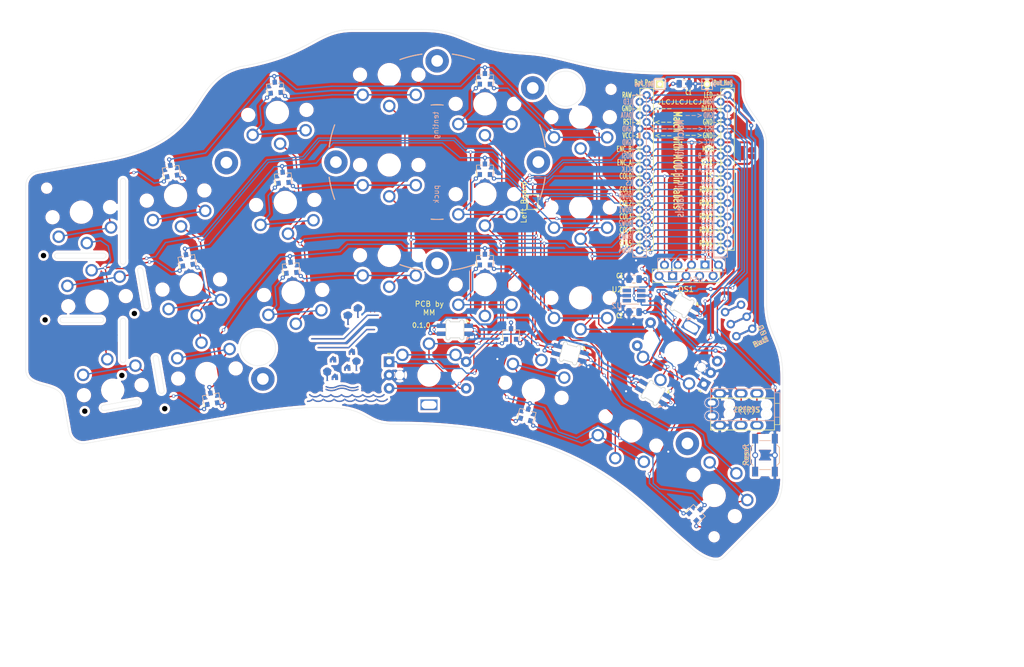
<source format=kicad_pcb>
(kicad_pcb (version 20211014) (generator pcbnew)
  (title_block (title "Hillside 46 Keyboard") (date "2022-07-23") (rev "0.1.0") (company "mmccoyd") (comment 2 "The ring and pinky columns have splays of five and ten degrees.") (comment 3 "Outer pinky column is removable, and one encoder can be in two spots.") (comment 4 "A choc-spaced split keyboard with Ferris column stagger but more thumb and pinky keys.") (comment 9 "wwwwww"))
  (layers (0 "F.Cu" signal) (31 "B.Cu" signal) (34 "B.Paste" user) (35 "F.Paste" user) (36 "B.SilkS" user "B.Silkscreen") (37 "F.SilkS" user "F.Silkscreen") (38 "B.Mask" user) (39 "F.Mask" user) (44 "Edge.Cuts" user))
  (net 0 "")
  (net 1 "row0")
  (net 2 "col0")
  (net 3 "row1")
  (net 4 "row2")
  (net 5 "col1")
  (net 6 "col2")
  (net 7 "col3")
  (net 8 "unconnected-(D4-Pad2)")
  (net 9 "col4")
  (net 10 "col5")
  (net 11 "GND")
  (net 12 "reset")
  (net 13 "VCC")
  (net 14 "data")
  (net 15 "LED")
  (net 16 "Net-(D1-Pad2)")
  (net 17 "Net-(D2-Pad2)")
  (net 18 "Net-(D3-Pad2)")
  (net 19 "unconnected-(U1-Pad11)")
  (net 20 "unconnected-(J2-PadR2)")
  (net 22 "enc_a")
  (net 23 "enc_b")
  (net 24 "Net-(D7-Pad1)")
  (net 25 "Net-(D7-Pad2)")
  (net 26 "Net-(D8-Pad1)")
  (net 27 "Net-(D8-Pad2)")
  (net 28 "Net-(D9-Pad1)")
  (net 29 "Net-(D9-Pad2)")
  (net 30 "Net-(D13-Pad2)")
  (net 31 "Net-(D13-Pad1)")
  (net 32 "Net-(D11-Pad2)")
  (net 33 "Net-(D11-Pad1)")
  (net 34 "Net-(D14-Pad2)")
  (net 35 "Net-(D14-Pad1)")
  (net 36 "Net-(D10-Pad2)")
  (net 37 "Net-(D10-Pad1)")
  (net 38 "Net-(D12-Pad2)")
  (net 39 "Net-(D12-Pad1)")
  (net 40 "Net-(D15-Pad2)")
  (net 41 "Net-(D15-Pad1)")
  (net 42 "bat+")
  (net 43 "raw")
  (net 44 "VCC_ACC")
  (net 45 "MOSI")
  (net 46 "row3")
  (net 47 "Net-(D19-Pad1)")
  (net 48 "Net-(D20-Pad1)")
  (net 49 "Net-(D20-Pad2)")
  (net 50 "Net-(D21-Pad1)")
  (net 51 "Net-(D21-Pad2)")
  (net 52 "Net-(D19-Pad2)")
  (net 53 "SCLK")
  (net 54 "DISPLAY_CS")
  (footprint "hillside_basic:SK6812-MINI-E" (layer "F.Cu") (at 176.505514 101.645197 -15)
    (fp_text reference "D3")
    (fp_text value "SK6812-MINI-E" hide)
    (fp_line (start -0.9 -1.5) (end 0.9 -1.5) (layer "Edge.Cuts") (width 0.12))
    (fp_line (start 1.7 -1.5) (end 1.7 1.5) (layer "Edge.Cuts") (width 0.12))
    (fp_line (start -1.7 1.5) (end -1.7 -1.5) (layer "Edge.Cuts") (width 0.12))
    (fp_line (start 0.9 1.5) (end -0.9 1.5) (layer "Edge.Cuts") (width 0.12))
    (fp_arc (start -0.9 1.5) (mid -1.3 1.9) (end -1.7 1.5) (layer "Edge.Cuts") (width 0.12))
    (fp_arc (start -1.7 -1.5) (mid -1.3 -1.9) (end -0.9 -1.5) (layer "Edge.Cuts") (width 0.12))
    (fp_arc (start 0.9 -1.5) (mid 1.3 -1.9) (end 1.7 -1.5) (layer "Edge.Cuts") (width 0.12))
    (fp_arc (start 1.7 1.5) (mid 1.3 1.9) (end 0.9 1.5) (layer "Edge.Cuts") (width 0.12))
  )
  (footprint "hillside_basic:SK6812-MINI-E" (layer "F.Cu") (at 192.158038 109.067944 -30)
    (fp_text reference "D2")
    (fp_text value "SK6812-MINI-E" hide)
    (fp_line (start -0.9 -1.5) (end 0.9 -1.5) (layer "Edge.Cuts") (width 0.12))
    (fp_line (start -1.7 1.5) (end -1.7 -1.5) (layer "Edge.Cuts") (width 0.12))
    (fp_line (start 1.7 -1.5) (end 1.7 1.5) (layer "Edge.Cuts") (width 0.12))
    (fp_line (start 0.9 1.5) (end -0.9 1.5) (layer "Edge.Cuts") (width 0.12))
    (fp_arc (start 0.9 -1.5) (mid 1.3 -1.9) (end 1.7 -1.5) (layer "Edge.Cuts") (width 0.12))
    (fp_arc (start -1.7 -1.5) (mid -1.3 -1.9) (end -0.9 -1.5) (layer "Edge.Cuts") (width 0.12))
    (fp_arc (start -0.9 1.5) (mid -1.3 1.9) (end -1.7 1.5) (layer "Edge.Cuts") (width 0.12))
    (fp_arc (start 1.7 1.5) (mid 1.3 1.9) (end 0.9 1.5) (layer "Edge.Cuts") (width 0.12))
  )
  (footprint "hillside:MJ-4PP-9" (layer "F.Cu") (at 202.970865 113.049066 90)
    (fp_text reference "J2")
    (fp_text value "TRRS" hide)
  )
  (footprint "hillside:ProMicro_v2" (layer "F.Cu") (at 198.490865 67.509072)
    (fp_text reference "U1" hide)
    (fp_text value "ProMicro_r" hide)
  )
  (footprint "hillside:Tenting_Puck" (layer "F.Cu") (at 151.500866 65.649066)
    (fp_text reference "H1")
    (fp_text value "Mount_Tenting")
  )
  (footprint "hillside_basic:VIA-0.8mm" (layer "F.Cu") (at 188.919924 84.149963)
    (fp_text reference "V2" hide)
    (fp_text value "Via" hide)
  )
  (footprint "hillside_basic:SOT-23" (layer "F.Cu") (at 101.456044 67.265259 100)
    (fp_text reference "D7" hide)
    (fp_text value "BAV70" hide)
  )
  (footprint "hillside_basic:SOT-23" (layer "F.Cu") (at 109.009734 110.10439 100)
    (fp_text reference "D13" hide)
    (fp_text value "BAV70" hide)
  )
  (footprint "hillside:pg1350-R_hotswap" (layer "F.Cu") (at 90.458369 108.552225 10)
    (fp_text reference "K13")
    (fp_text value "SW_Key" hide)
  )
  (footprint "hillside:pg1350-R_hotswap" (layer "F.Cu") (at 108.184906 105.426554 10)
    (fp_text reference "K14")
    (fp_text value "SW_Key" hide)
  )
  (footprint "hillside_basic:SOT-23" (layer "F.Cu") (at 121.030955 51.619141 95)
    (fp_text reference "D8" hide)
    (fp_text value "BAV70" hide)
  )
  (footprint "hillside_basic:SOT-23" (layer "F.Cu") (at 104.416744 84.056225 100)
    (fp_text reference "D10" hide)
    (fp_text value "BAV70" hide)
  )
  (footprint "hillside:pg1350-R_hotswap" (layer "F.Cu") (at 84.554335 75.068756 -170)
    (fp_text reference "K1")
    (fp_text value "SW_Key" hide)
  )
  (footprint "hillside:pg1350-R_hotswap" (layer "F.Cu") (at 121.440591 56.301255 -175)
    (fp_text reference "K3")
    (fp_text value "SW_Key" hide)
  )
  (footprint "hillside:pg1350-R_hotswap" (layer "F.Cu") (at 142.490869 49.189062 180)
    (fp_text reference "K4")
    (fp_text value "SW_Key" hide)
  )
  (footprint "hillside:pg1350-R_hotswap" (layer "F.Cu") (at 105.23289 88.684826 -170)
    (fp_text reference "K8")
    (fp_text value "SW_Key" hide)
  )
  (footprint "hillside_basic:SOT-23" (layer "F.Cu") (at 122.512608 68.554446 95)
    (fp_text reference "D11" hide)
    (fp_text value "BAV70" hide)
  )
  (footprint "hillside:pg1350-R_hotswap" (layer "F.Cu") (at 122.922241 73.23656 -175)
    (fp_text reference "K9")
    (fp_text value "SW_Key" hide)
  )
  (footprint "hillside:pg1350-R_hotswap" (layer "F.Cu") (at 142.490862 66.189064 180)
    (fp_text reference "K10")
    (fp_text value "SW_Key" hide)
  )
  (footprint "hillside:pg1350-R_hotswap" (layer "F.Cu") (at 124.403881 90.171867 -175)
    (fp_text reference "K15")
    (fp_text value "SW_Key" hide)
  )
  (footprint "hillside:pg1350-R_hotswap" (layer "F.Cu") (at 142.490864 83.189063 180)
    (fp_text reference "K16")
    (fp_text value "SW_Key" hide)
  )
  (footprint "hillside_basic:SOT-23" (layer "F.Cu") (at 123.994258 85.489754 95)
    (fp_text reference "D14" hide)
    (fp_text value "BAV70" hide)
  )
  (footprint "hillside_basic:SOT-23" (layer "F.Cu") (at 160.490867 49.989062 90)
    (fp_text reference "D9" hide)
    (fp_text value "BAV70" hide)
  )
  (footprint "hillside_basic:SOT-23" (layer "F.Cu") (at 160.490867 66.98906 90)
    (fp_text reference "D12" hide)
    (fp_text value "BAV70" hide)
  )
  (footprint "hillside_basic:SOT-23" (layer "F.Cu") (at 160.490868 83.98906 90)
    (fp_text reference "D15" hide)
    (fp_text value "BAV70" hide)
  )
  (footprint "hillside:pg1350-R_hotswap" (layer "F.Cu") (at 160.490866 54.689071 180)
    (fp_text reference "K5")
    (fp_text value "SW_Key" hide)
  )
  (footprint "hillside:pg1350-R_hotswap" (layer "F.Cu") (at 178.49087 57.189063 180)
    (fp_text reference "K6")
    (fp_text value "SW_Key" hide)
  )
  (footprint "hillside:pg1350-R_hotswap" (layer "F.Cu") (at 160.490858 71.689068 180)
    (fp_text reference "K11")
    (fp_text value "SW_Key" hide)
  )
  (footprint "hillside:pg1350-R_hotswap" (layer "F.Cu") (at 178.490862 74.189064 180)
    (fp_text reference "K12")
    (fp_text value "SW_Key" hide)
  )
  (footprint "hillside:pg1350-R_hotswap" (layer "F.Cu") (at 160.490865 88.689063 180)
    (fp_text reference "K17")
    (fp_text value "SW_Key" hide)
  )
  (footprint "hillside:pg1350-R_hotswap" (layer "F.Cu") (at 178.490866 91.189061 180)
    (fp_text reference "K18")
    (fp_text value "SW_Key" hide)
  )
  (footprint "hillside:pg1350-DR_rotary_hotswap" (layer "F.Cu") (at 149.964739 110.211586)
    (fp_text reference "K20" hide)
    (fp_text value "SW_Rotary")
  )
  (footprint "hillside:pg1350-R_hotswap" (layer "F.Cu") (at 102.280872 71.943094 -170)
    (fp_text reference "K2")
    (fp_text value "SW_Key" hide)
  )
  (footprint "hillside_basic:SOT-23" (layer "F.Cu") (at 168.384424 113.115583 75)
    (fp_text reference "D20" hide)
    (fp_text value "BAV70" hide)
  )
  (footprint "hillside:pg1350-R_hotswap" (layer "F.Cu") (at 187.969147 116.238983 150)
    (fp_text reference "K22")
    (fp_text value "SW_Key" hide)
  )
  (footprint "hillside_basic:SOT-23" (layer "F.Cu") (at 200.307811 131.703716 45)
    (fp_text reference "D21" hide)
    (fp_text value "BAV70" hide)
  )
  (footprint "hillside_basic:SOT-23" (layer "F.Cu") (at 165.400864 97.98907 90)
    (fp_text reference "D19" hide)
    (fp_text value "BAV70" hide)
  )
  (footprint "hillside:pg1350-DR_rotary_hotswap" (layer "F.Cu") (at 198.719145 97.619438 150)
    (fp_text reference "K19" hide)
    (fp_text value "SW_Rotary")
  )
  (footprint "hillside:pg1350-R_hotswap" (layer "F.Cu") (at 203.631215 128.380308 -45)
    (fp_text reference "K23")
    (fp_text value "SW_Key" hide)
  )
  (footprint "hillside_basic:SK6812-MINI-E" (layer "F.Cu") (at 154.848202 97.204987)
    (fp_text reference "D4")
    (fp_text value "SK6812-MINI-E" hide)
    (fp_line (start 1.7 -1.5) (end 1.7 1.5) (layer "Edge.Cuts") (width 0.12))
    (fp_line (start 0.9 1.5) (end -0.9 1.5) (layer "Edge.Cuts") (width 0.12))
    (fp_line (start -0.9 -1.5) (end 0.9 -1.5) (layer "Edge.Cuts") (width 0.12))
    (fp_line (start -1.7 1.5) (end -1.7 -1.5) (layer "Edge.Cuts") (width 0.12))
    (fp_arc (start 0.9 -1.5) (mid 1.3 -1.9) (end 1.7 -1.5) (layer "Edge.Cuts") (width 0.12))
    (fp_arc (start -0.9 1.5) (mid -1.3 1.9) (end -1.7 1.5) (layer "Edge.Cuts") (width 0.12))
    (fp_arc (start 1.7 1.5) (mid 1.3 1.9) (end 0.9 1.5) (layer "Edge.Cuts") (width 0.12))
    (fp_arc (start -1.7 -1.5) (mid -1.3 -1.9) (end -0.9 -1.5) (layer "Edge.Cuts") (width 0.12))
  )
  (footprint "hillside_basic:SK6812-MINI-E" (layer "F.Cu") (at 197.592319 92.581458 -30)
    (fp_text reference "D1")
    (fp_text value "SK6812-MINI-E" hide)
    (fp_line (start 1.7 -1.5) (end 1.7 1.5) (layer "Edge.Cuts") (width 0.12))
    (fp_line (start -0.9 -1.5) (end 0.9 -1.5) (layer "Edge.Cuts") (width 0.12))
    (fp_line (start 0.9 1.5) (end -0.9 1.5) (layer "Edge.Cuts") (width 0.12))
    (fp_line (start -1.7 1.5) (end -1.7 -1.5) (layer "Edge.Cuts") (width 0.12))
    (fp_arc (start -0.9 1.5) (mid -1.3 1.9) (end -1.7 1.5) (layer "Edge.Cuts") (width 0.12))
    (fp_arc (start -1.7 -1.5) (mid -1.3 -1.9) (end -0.9 -1.5) (layer "Edge.Cuts") (width 0.12))
    (fp_arc (start 0.9 -1.5) (mid 1.3 -1.9) (end 1.7 -1.5) (layer "Edge.Cuts") (width 0.12))
    (fp_arc (start 1.7 1.5) (mid 1.3 1.9) (end 0.9 1.5) (layer "Edge.Cuts") (width 0.12))
  )
  (footprint "hillside_basic:1pin_conn" (layer "F.Cu") (at 202.290867 50.979059)
    (fp_text reference "J4")
    (fp_text value "Bat_Neg")
  )
  (footprint "Jumper:SolderJumper-2_P1.3mm_Bridged_RoundedPad1.0x1.5mm" (layer "F.Cu") (at 210.720868 63.969062 -90)
    (fp_text reference "JP1")
    (fp_text value "VccJumper")
  )
  (footprint "hillside_basic:VIA-0.8mm" (layer "F.Cu") (at 187.048201 108.763922 95)
    (fp_text reference "V3" hide)
    (fp_text value "Via" hide)
  )
  (footprint "hillside_basic:VIA-0.8mm" (layer "F.Cu") (at 194.990862 120.139065)
    (fp_text reference "V4" hide)
    (fp_text value "Via" hide)
  )
  (footprint "hillside_basic:VIA-0.8mm" (layer "F.Cu") (at 162.830863 102.699065)
    (fp_text reference "V5" hide)
    (fp_text value "Via" hide)
  )
  (footprint "hillside_basic:C_0805_2012Metric" (layer "F.Cu") (at 197.99087 50.909069)
    (fp_text reference "C1")
    (fp_text value "4u7")
  )
  (footprint "hillside_basic:SW_SPST_SKQG_WithStem" (layer "F.Cu") (at 213.190866 120.78906 90)
    (fp_text reference "SW1")
    (fp_text value "SKQGAFE010")
  )
  (footprint "hillside:pg1350-R_hotswap" (layer "F.Cu") (at 87.506351 91.810495 10)
    (fp_text reference "K7")
    (fp_text value "SW_Key" hide)
  )
  (footprint "hillside_basic:SW_SPDT_JS202011AQN" (layer "F.Cu") (at 208.240865 95.439059 -65)
    (fp_text reference "SW2")
    (fp_text value "SW_Power" hide)
  )
  (footprint "hillside:Hillside_Logo" (layer "F.Cu") (at 134.103819 102.155962)
    (fp_text reference "H3")
    (fp_text value "Logo")
  )
  (footprint "hillside:MountingHole_2.2mm_with_PCB_insert_rings" (layer "F.Cu") (at 111.842403 65.751727)
    (fp_text reference "H4" hide)
    (fp_text value "MountHole" hide)
  )
  (footprint "hillside:MountingHole_2.2mm_with_PCB_insert_rings" (layer "F.Cu") (at 118.703427 106.452211)
    (fp_text reference "H5" hide)
    (fp_text value "MountHole" hide)
  )
  (footprint "hillside:MountingHole_2.2mm_with_PCB_insert_rings" (layer "F.Cu") (at 198.590866 118.589073)
    (fp_text reference "H6" hide)
    (fp_text value "MountHole" hide)
  )
  (footprint "hillside:MountingHole_2.2mm_with_PCB_insert_rings" (layer "F.Cu") (at 169.490866 51.689062)
    (fp_text reference "H7" hide)
    (fp_text value "MountHole" hide)
  )
  (footprint "hillside_basic:1pin_conn" (layer "F.Cu") (at 193.390863 50.979064)
    (fp_text reference "J3")
    (fp_text value "Bat_Pos")
  )
  (footprint "hillside:Bumpon" (layer "F.Cu") (at 78.43747 71.076797 10)
    (fp_text reference "H10" hide)
    (fp_text value "Bumpon")
  )
  (footprint "hillside_basic:HoleBreakoff_1mm" (layer "F.Cu") (at 100.240802 112.04565)
    (fp_text reference "H30" hide)
    (fp_text value "Breakoff Hole")
  )
  (footprint "hillside_basic:HoleBreakoff_1mm" (layer "F.Cu") (at 85.193823 112.515671)
    (fp_text reference "H28" hide)
    (fp_text value "Breakoff Hole")
  )
  (footprint "hillside_basic:ToolingHole_1.152mm" (layer "F.Cu") (at 78.023818 70.545961)
    (fp_text reference "H24" hide)
    (fp_text value "ToolingHole")
  )
  (footprint "hillside_basic:HoleBreakoff_1mm" (layer "F.Cu") (at 92.177848 105.782514)
    (fp_text reference "H29" hide)
    (fp_text value "Breakoff Hole")
  )
  (footprint "hillside:Bumpon" (layer "F.Cu") (at 133.400866 45.361877)
    (fp_text reference "H14" hide)
    (fp_text value "Bumpon")
  )
  (footprint "hillside:Bumpon" (layer "F.Cu") (at 165.038132 112.395566)
    (fp_text reference "H8" hide)
    (fp_text value "Bumpon")
  )
  (footprint "hillside:Bumpon" (layer "F.Cu") (at 202.719922 134.449958)
    (fp_text reference "H16" hide)
    (fp_text value "Bumpon")
  )
  (footprint "hillside:Bumpon" (layer "F.Cu") (at 199.350867 55.811875)
    (fp_text reference "H21" hide)
    (fp_text value "Bumpon")
  )
  (footprint "Jumper:SolderJumper-2_P1.3mm_Open_TrianglePad1.0x1.5mm" (layer "F.Cu") (at 169.490867 73.164069 -90)
    (fp_text reference "JP2")
    (fp_text value "Left_Board")
  )
  (footprint "hillside:Bumpon" (layer "F.Cu") (at 199.250867 81.311875)
    (fp_text reference "H22" hide)
    (fp_text value "Bumpon")
  )
  (footprint "hillside:Bumpon" (layer "F.Cu") (at 100.170004 111.343814 10)
    (fp_text reference "H2" hide)
    (fp_text value "Bumpon")
  )
  (footprint "hillside:Bumpon" (layer "F.Cu") (at 212.219924 120.549958)
    (fp_text reference "H18" hide)
    (fp_text value "Bumpon")
  )
  (footprint "hillside_basic:C_0805_2012Metric" (layer "F.Cu") (at 188.548202 87.663926)
    (fp_text reference "C3")
    (fp_text value "4u7")
  )
  (footprint "hillside:NiceView" (layer "F.Cu") (at 198.344829 87.043153)
    (fp_text reference "DS1")
    (fp_text value "Display")
  )
  (footprint "hillside:Bumpon" (layer "F.Cu") (at 78.492077 103.480231 10)
    (fp_text reference "H13" hide)
    (fp_text value "Bumpon")
  )
  (footprint "hillside_basic:C_0805_2012Metric" (layer "F.Cu") (at 188.548201 93.863923)
    (fp_text reference "C2")
    (fp_text value "4u7")
  )
  (footprint "hillside_basic:HoleBreakoff_1mm" (layer "F.Cu") (at 77.727848 95.332514)
    (fp_text reference "H27" hide)
    (fp_text value "Breakoff Hole")
  )
  (footprint "hillside_basic:HoleBreakoff_1mm" (layer "F.Cu") (at 94.527847 94.132514)
    (fp_text reference "H31" hide)
    (fp_text value "Breakoff Hole")
  )
  (footprint "hillside_basic:ToolingHole_1.152mm" (layer "F.Cu") (at 203.619919 136.149962)
    (fp_text reference "H25" hide)
    (fp_text value "ToolingHole")
  )
  (footprint "hillside_basic:ToolingHole_1.152mm" (layer "F.Cu") (at 184.219923 51.949958)
    (fp_text reference "H23" hide)
    (fp_text value "ToolingHole")
  )
  (footprint "hillside:Bumpon" (layer "F.Cu") (at 194.519923 126.049958)
    (fp_text reference "H19" hide)
    (fp_text value "Bumpon")
  )
  (footprint "hillside:Bumpon" (layer "F.Cu") (at 130.119924 106.849963 10)
    (fp_text reference "H11" hide)
    (fp_text value "Bumpon")
  )
  (footprint "hillside:Bumpon" (layer "F.Cu") (at 176.750867 51.061876)
    (fp_text reference "H17" hide)
    (fp_text value "Bumpon")
  )
  (footprint "hillside:Bumpon" (layer "F.Cu") (at 87.719922 113.849958 10)
    (fp_text reference "H12" hide)
    (fp_text value "Bumpon")
  )
  (footprint "hillside_basic:HoleBreakoff_1mm" (layer "F.Cu") (at 77.427848 83.232515)
    (fp_text reference "H26" hide)
    (fp_text value "Breakoff Hole")
  )
  (footprint "hillside:pg1350-R_hotswap" (layer "F.Cu") (at 169.600864 108.575724 -15)
    (fp_text reference "K21")
    (fp_text value "SW_Key" hide)
  )
  (footprint "hillside:Bumpon" (layer "F.Cu") (at 117.394919 51.699963 10)
    (fp_text reference "H9" hide)
    (fp_text value "Bumpon")
  )
  (footprint "hillside:Bumpon" (layer "F.Cu") (at 92.819923 68.749958 10)
    (fp_text reference "H15" hide)
    (fp_text value "Bumpon")
  )
  (footprint "hillside_basic:SOT-23-6_Handsoldering_threenumbered" (layer "F.Cu") (at 188.548197 90.763924)
    (fp_text reference "U2")
    (fp_text value "SRV05-4")
  )
  (footprint "hillside_basic:VIA-0.8mm" (layer "F.Cu") (at 188.419924 96.149961)
    (fp_text reference "V1" hide)
    (fp_text value "Via" hide)
  )
  (footprint "hillside:Bumpon" (layer "F.Cu") (at 151.750867 45.361877)
    (fp_text reference "H20" hide)
    (fp_text value "Bumpon")
  )
  (gr_line (start 148.619924 40.689064) (end 135.500862 40.689072) (layer "Edge.Cuts") (width 0.05))
  (gr_line (start 214.717343 130.722925) (end 205.436102 140.007053) (layer "Edge.Cuts") (width 0.05))
  (gr_line (start 74.075818 70.062418) (end 74.075817 104.782514) (layer "Edge.Cuts") (width 0.05))
  (gr_arc (start 207.240869 48.689064) (mid 208.655085 49.274863) (end 209.240859 50.689066) (layer "Edge.Cuts") (width 0.05))
  (gr_line (start 216.566189 124.479813) (end 216.566192 106.156053) (layer "Edge.Cuts") (width 0.05))
  (gr_arc (start 95.14042 86.095612) (mid 95.546004 85.51671) (end 96.125223 85.921965) (layer "Edge.Cuts") (width 0.05))
  (gr_line (start 96.125223 85.921965) (end 97.323323 92.717201) (layer "Edge.Cuts") (width 0.05))
  (gr_line (start 213.490869 91.699069) (end 213.490863 61.984597) (layer "Edge.Cuts") (width 0.05))
  (gr_line (start 91.896901 84.382724) (end 91.896897 69.230652) (layer "Edge.Cuts") (width 0.05))
  (gr_curve (pts (xy 168.169922 44.974958) (xy 156.494923 44.249959) (xy 157.019922 40.649958) (xy 148.619924 40.689064)) (layer "Edge.Cuts") (width 0.05))
  (gr_line (start 88.696903 83.770597) (end 80.023783 83.770606) (layer "Edge.Cuts") (width 0.05))
  (gr_arc (start 88.876737 112.383877) (mid 88.297665 111.978305) (end 88.703089 111.399071) (layer "Edge.Cuts") (width 0.05))
  (gr_arc (start 85.373766 118.587613) (mid 83.318905 118.132064) (end 82.188018 116.356923) (layer "Edge.Cuts") (width 0.05))
  (gr_curve (pts (xy 114.469924 47.674959) (xy 104.194923 50.324958) (xy 108.969922 61.649958) (xy 89.144924 65.124958)) (layer "Edge.Cuts") (width 0.05))
  (gr_line (start 92.896907 69.230649) (end 92.896905 84.382724) (layer "Edge.Cuts") (width 0.05))
  (gr_curve (pts (xy 214.717343 130.722925) (xy 216.410866 129.099069) (xy 216.560866 126.329067) (xy 216.566189 124.479813)) (layer "Edge.Cuts") (width 0.05))
  (gr_line (start 89.144924 65.124958) (end 76.344059 67.377604) (layer "Edge.Cuts") (width 0.05))
  (gr_arc (start 81.054964 95.84123) (mid 80.554829 95.341261) (end 81.054967 94.841239) (layer "Edge.Cuts") (width 0.05))
  (gr_curve (pts (xy 194.040859 48.68907) (xy 179.219924 48.549958) (xy 176.219924 45.449963) (xy 168.169922 44.974958)) (layer "Edge.Cuts") (width 0.05))
  (gr_curve (pts (xy 198.755864 137.769068) (xy 189.423464 130.266561) (xy 179.57779 114.740366) (xy 143.303816 114.965963)) (layer "Edge.Cuts") (width 0.05))
  (gr_curve (pts (xy 213.490863 61.984597) (xy 213.490867 58.239064) (xy 209.240866 55.939063) (xy 209.240868 52.349068)) (layer "Edge.Cuts") (width 0.05))
  (gr_arc (start 91.896897 69.230652) (mid 92.396917 68.73074) (end 92.896907 69.230649) (layer "Edge.Cuts") (width 0.05))
  (gr_arc (start 88.22388 94.841237) (mid 88.723844 95.341259) (end 88.223886 95.841236) (layer "Edge.Cuts") (width 0.05))
  (gr_line (start 117.321837 112.954302) (end 85.373766 118.587613) (layer "Edge.Cuts") (width 0.05))
  (gr_line (start 99.136816 108.736999) (end 98.059862 102.628818) (layer "Edge.Cuts") (width 0.05))
  (gr_line (start 91.89691 102.870604) (end 91.896867 95.541239) (layer "Edge.Cuts") (width 0.05))
  (gr_line (start 82.188018 116.356923) (end 81.109409 110.187348) (layer "Edge.Cuts") (width 0.05))
  (gr_line (start 95.073886 111.291236) (end 88.876737 112.383877) (layer "Edge.Cuts") (width 0.05))
  (gr_arc (start 80.023783 83.770606) (mid 79.523774 83.270562) (end 80.023783 82.770602) (layer "Edge.Cuts") (width 0.05))
  (gr_arc (start 98.059862 102.628818) (mid 98.46549 102.049735) (end 99.044669 102.455168) (layer "Edge.Cuts") (width 0.05))
  (gr_line (start 209.240859 50.689066) (end 209.240868 52.349068) (layer "Edge.Cuts") (width 0.05))
  (gr_arc (start 100.121624 108.563354) (mid 99.716076 109.142665) (end 99.136816 108.736999) (layer "Edge.Cuts") (width 0.05))
  (gr_arc (start 88.6969 82.770605) (mid 89.196876 83.27056) (end 88.696903 83.770597) (layer "Edge.Cuts") (width 0.05))
  (gr_line (start 80.023783 82.770602) (end 88.6969 82.770605) (layer "Edge.Cuts") (width 0.05))
  (gr_curve (pts (xy 143.303816 114.965963) (xy 135.633818 114.975962) (xy 141.01382 109.365959) (xy 117.321837 112.954302)) (layer "Edge.Cuts") (width 0.05))
  (gr_curve (pts (xy 216.566192 106.156053) (xy 216.566187 98.689068) (xy 213.490866 98.689066) (xy 213.490869 91.699069)) (layer "Edge.Cuts") (width 0.05))
  (gr_line (start 99.044669 102.455168) (end 100.121624 108.563354) (layer "Edge.Cuts") (width 0.05))
  (gr_line (start 88.703089 111.399071) (end 94.900241 110.306432) (layer "Edge.Cuts") (width 0.05))
  (gr_arc (start 92.896901 102.8706) (mid 92.396921 103.370643) (end 91.89691 102.870604) (layer "Edge.Cuts") (width 0.05))
  (gr_line (start 81.054967 94.841239) (end 88.22388 94.841237) (layer "Edge.Cuts") (width 0.05))
  (gr_line (start 96.338517 92.890845) (end 95.14042 86.095612) (layer "Edge.Cuts") (width 0.05))
  (gr_arc (start 74.075818 70.062418) (mid 74.721359 68.30724) (end 76.344059 67.377604) (layer "Edge.Cuts") (width 0.05))
  (gr_line (start 92.896872 95.541239) (end 92.896901 102.8706) (layer "Edge.Cuts") (width 0.05))
  (gr_line (start 88.223886 95.841236) (end 81.054964 95.84123) (layer "Edge.Cuts") (width 0.05))
  (gr_curve (pts (xy 135.500862 40.689072) (xy 128.44492 40.774961) (xy 127.994924 45.349961) (xy 114.469924 47.674959)) (layer "Edge.Cuts") (width 0.05))
  (gr_circle (center 117.787912 100.652347) (end 121.039741 100.078958) (layer "Edge.Cuts") (width 0.05) (fill none))
  (gr_arc (start 91.896867 95.541239) (mid 92.39687 95.041208) (end 92.896872 95.541239) (layer "Edge.Cuts") (width 0.05))
  (gr_line (start 207.240869 48.689064) (end 194.040859 48.68907) (layer "Edge.Cuts") (width 0.05))
  (gr_arc (start 94.900241 110.306432) (mid 95.479578 110.711947) (end 95.073886 111.291236) (layer "Edge.Cuts") (width 0.05))
  (gr_arc (start 92.896905 84.382724) (mid 92.396903 84.882515) (end 91.896901 84.382724) (layer "Edge.Cuts") (width 0.05))
  (gr_curve (pts (xy 81.109409 110.187348) (xy 80.391166 106.74128) (xy 74.227848 108.582514) (xy 74.075817 104.782514)) (layer "Edge.Cuts") (width 0.05))
  (gr_arc (start 97.323323 92.717201) (mid 96.917745 93.296589) (end 96.338517 92.890845) (layer "Edge.Cuts") (width 0.05))
  (gr_circle (center 175.675854 51.832515) (end 178.927683 51.259126) (layer "Edge.Cuts") (width 0.05) (fill none))
  (gr_curve (pts (xy 205.436102 140.007053) (xy 203.710859 141.669066) (xy 200.180865 139.209064) (xy 198.755864 137.769068)) (layer "Edge.Cuts") (width 0.05))
  (gr_text "Hillside\n  46 " (at 137.519922 94.449958) (layer "F.Cu") (effects (font (size 1.8 1.6) (thickness 0.24)) (justify left)))
  (gr_text "0.1.0" (at 146.700867 96.349958) (layer "F.SilkS") (effects (font (size 0.9 0.9) (thickness 0.153)) (justify left)))
  (gr_text "PCB by\n  MM" (at 147.219924 93.14996) (layer "F.SilkS") (effects (font (size 1 1) (thickness 0.153)) (justify left)))
  (gr_text "JLCJLCJLCJLC" (at 198.019923 54.34996) (layer "F.SilkS") (effects (font (size 0.81 1))))
  (segment (start 190.786186 72.097472) (end 190.769776 72.081068) (width 0.254) (layer "F.Cu") (net 1))
  (segment (start 190.769776 72.081068) (end 189.600867 72.08107) (width 0.254) (layer "F.Cu") (net 1))
  (segment (start 181.97799 60.220873) (end 181.647994 59.890874) (width 0.254) (layer "F.Cu") (net 1))
  (segment (start 181.994385 65.951206) (end 181.977993 65.934825) (width 0.254) (layer "F.Cu") (net 1))
  (segment (start 181.977993 65.934825) (end 181.97799 60.220873) (width 0.254) (layer "F.Cu") (net 1))
  (segment (start 185.304829 71.703153) (end 181.994385 68.392709) (width 0.254) (layer "F.Cu") (net 1))
  (segment (start 181.994385 68.392709) (end 181.994385 65.951206) (width 0.254) (layer "F.Cu") (net 1))
  (via (at 181.647994 59.890874) (size 0.6) (drill 0.4) (layers "F.Cu" "B.Cu") (net 1))
  (via (at 185.304829 71.703153) (size 0.6) (drill 0.4) (layers "F.Cu" "B.Cu") (net 1))
  (via (at 190.786186 72.097472) (size 0.6) (drill 0.4) (layers "F.Cu" "B.Cu") (net 1))
  (segment (start 107.936485 63.922813) (end 107.923219 63.941747) (width 0.254) (layer "B.Cu") (net 1))
  (segment (start 181.647994 59.890874) (end 181.244668 59.487553) (width 0.254) (layer "B.Cu") (net 1))
  (segment (start 189.600365 72.080568) (end 189.600867 72.08107) (width 0.254) (layer "B.Cu") (net 1))
  (segment (start 120.843575 49.477319) (end 119.995424 49.551521) (width 0.254) (layer "B.Cu") (net 1))
  (segment (start 155.931072 51.370876) (end 131.689615 51.370877) (width 0.254) (layer "B.Cu") (net 1))
  (segment (start 159.462882 47.839066) (end 155.931072 51.370876) (width 0.254) (layer "B.Cu") (net 1))
  (segment (start 131.689615 51.370877) (end 125.003553 51.955834) (width 0.254) (layer "B.Cu") (net 1))
  (segment (start 181.244668 59.487553) (end 173.509354 59.487552) (width 0.254) (layer "B.Cu") (net 1))
  (segment (start 107.923219 63.941747) (end 101.082702 65.147914) (width 0.254) (layer "B.Cu") (net 1))
  (segment (start 185.304829 71.703153) (end 185.682244 72.080568) (width 0.254) (layer "B.Cu") (net 1))
  (segment (start 121.935889 49.381757) (end 120.843575 49.477319) (width 0.254) (layer "B.Cu") (net 1))
  (segment (start 161.860863 47.839064) (end 159.462882 47.839066) (width 0.254) (layer "B.Cu") (net 1))
  (segment (start 192.61236 70.811063) (end 206.147264 70.811068) (width 0.254) (layer "B.Cu") (net 1))
  (segment (start 173.509354 59.487552) (end 161.860863 47.839064) (width 0.254) (layer "B.Cu") (net 1))
  (segment (start 190.786186 72.097472) (end 191.325951 72.097478) (width 0.254) (layer "B.Cu") (net 1))
  (segment (start 119.995424 49.551521) (end 107.936485 63.922813) (width 0.254) (layer "B.Cu") (net 1))
  (segment (start 191.325951 72.097478) (end 192.61236 70.811063) (width 0.254) (layer "B.Cu") (net 1))
  (segment (start 185.682244 72.080568) (end 189.600365 72.080568) (width 0.254) (layer "B.Cu") (net 1))
  (segment (start 125.003553 51.955834) (end 121.935889 49.381757) (width 0.254) (layer "B.Cu") (net 1))
  (segment (start 191.762132 69.10593) (end 190.927269 68.271065) (width 0.254) (layer "F.Cu") (net 2))
  (segment (start 92.788912 85.682515) (end 91.066558 85.682514) (width 0.254) (layer "F.Cu") (net 2))
  (segment (start 91.249426 98.205286) (end 89.160068 101.189193) (width 0.254) (layer "F.Cu") (net 2))
  (segment (start 96.815576 83.739765) (end 94.285549 84.185877) (width 0.254) (layer "F.Cu") (net 2))
  (segment (start 169.491051 69.808296) (end 169.490864 69.808485) (width 0.254) (layer "F.Cu") (net 2))
  (segment (start 89.160068 101.189193) (end 89.433847 102.741856) (width 0.254) (layer "F.Cu") (net 2))
  (segment (start 89.018459 85.552847) (end 91.249426 98.205286) (width 0.254) (layer "F.Cu") (net 2))
  (segment (start 169.490864 69.808485) (end 169.490869 72.439066) (width 0.254) (layer "F.Cu") (net 2))
  (segment (start 94.285549 84.185877) (end 92.788912 85.682515) (width 0.254) (layer "F.Cu") (net 2))
  (segment (start 91.066558 85.682514) (end 90.649325 85.265281) (width 0.254) (layer "F.Cu") (net 2))
  (segment (start 90.649325 85.265281) (end 89.018459 85.552847) (width 0.254) (layer "F.Cu") (net 2))
  (segment (start 191.762131 69.861595) (end 191.762132 69.10593) (width 0.254) (layer "F.Cu") (net 2))
  (via (at 169.491051 69.808296) (size 0.6) (drill 0.4) (layers "F.Cu" "B.Cu") (net 2))
  (via (at 89.018459 85.552847) (size 0.6) (drill 0.4) (layers "F.Cu" "B.Cu") (net 2))
  (via (at 191.762131 69.861595) (size 0.6) (drill 0.4) (layers "F.Cu" "B.Cu") (net 2))
  (via (at 96.815576 83.739765) (size 0.6) (drill 0.4) (layers "F.Cu" "B.Cu") (net 2))
  (segment (start 90.067693 84.054387) (end 89.606027 81.436153) (width 0.254) (layer "B.Cu") (net 2))
  (segment (start 98.520221 83.43919) (end 100.384965 80.776061) (width 0.254) (layer "B.Cu") (net 2))
  (segment (start 129.499961 61.114418) (end 129.517417 61.129067) (width 0.254) (layer "B.Cu") (net 2))
  (segment (start 169.491051 69.808296) (end 171.841665 69.808296) (width 0.254) (layer "B.Cu") (net 2))
  (segment (start 100.384965 80.776061) (end 107.467577 79.527204) (width 0.254) (layer "B.Cu") (net 2))
  (segment (start 129.517417 61.129067) (end 154.800868 61.12907) (width 0.254) (layer "B.Cu") (net 2))
  (segment (start 191.762131 69.861595) (end 192.08265 69.541067) (width 0.254) (layer "B.Cu") (net 2))
  (segment (start 107.467577 79.527204) (end 113.702121 72.097165) (width 0.254) (layer "B.Cu") (net 2))
  (segment (start 89.606027 81.436153) (end 88.160414 80.423923) (width 0.254) (layer "B.Cu") (net 2))
  (segment (start 86.481826 86.000127) (end 89.018459 85.552847) (width 0.254) (layer "B.Cu") (net 2))
  (segment (start 154.800868 61.12907) (end 156.722681 63.050875) (width 0.254) (layer "B.Cu") (net 2))
  (segment (start 156.722681 63.050875) (end 162.017136 63.050877) (width 0.254) (layer "B.Cu") (net 2))
  (segment (start 129.125685 61.147161) (end 129.499961 61.114418) (width 0.254) (layer "B.Cu") (net 2))
  (segment (start 126.196096 64.638508) (end 129.125685 61.147161) (width 0.254) (layer "B.Cu") (net 2))
  (segment (start 168.77456 69.808296) (end 169.491051 69.808296) (width 0.254) (layer "B.Cu") (net 2))
  (segment (start 113.730801 72.080318) (end 119.482351 65.225881) (width 0.254) (layer "B.Cu") (net 2))
  (segment (start 96.815576 83.739765) (end 98.520221 83.43919) (width 0.254) (layer "B.Cu") (net 2))
  (segment (start 162.017136 63.050877) (end 168.77456 69.808296) (width 0.254) (layer "B.Cu") (net 2))
  (segment (start 113.720109 72.095593) (end 113.730801 72.080318) (width 0.254) (layer "B.Cu") (net 2))
  (segment (start 113.702121 72.097165) (end 113.720109 72.095593) (width 0.254) (layer "B.Cu") (net 2))
  (segment (start 171.841665 69.808296) (end 173.378895 68.271066) (width 0.254) (layer "B.Cu") (net 2))
  (segment (start 173.378895 68.271066) (end 190.927269 68.271065) (width 0.254) (layer "B.Cu") (net 2))
  (segment (start 89.018459 85.552847) (end 90.067693 84.054387) (width 0.254) (layer "B.Cu") (net 2))
  (segment (start 88.160414 80.423923) (end 85.578855 80.879126) (width 0.254) (layer "B.Cu") (net 2))
  (segment (start 192.08265 69.541067) (end 204.840869 69.541065) (width 0.254) (layer "B.Cu") (net 2))
  (segment (start 119.482351 65.225881) (end 126.196096 64.638508) (width 0.254) (layer "B.Cu") (net 2))
  (segment (start 190.774718 74.621067) (end 190.790635 74.636987) (width 0.254) (layer "F.Cu") (net 3))
  (segment (start 184.254829 71.753153) (end 187.122743 74.621067) (width 0.254) (layer "F.Cu") (net 3))
  (segment (start 187.122743 74.621067) (end 190.774718 74.621067) (width 0.254) (layer "F.Cu") (net 3))
  (via (at 184.254829 71.753153) (size 0.6) (drill 0.4) (layers "F.Cu" "B.Cu") (net 3))
  (via (at 190.790635 74.636987) (size 0.6) (drill 0.4) (layers "F.Cu" "B.Cu") (net 3))
  (segment (start 191.286447 74.636985) (end 192.572365 73.351066) (width 0.254) (layer "B.Cu") (net 3))
  (segment (start 160.490868 64.839064) (end 160.480869 64.829062) (width 0.254) (layer "B.Cu") (net 3))
  (segment (start 131.932362 62.036104) (end 131.924302 62.036809) (width 0.254) (layer "B.Cu") (net 3))
  (segment (start 131.924302 62.036809) (end 128.72217 65.852969) (width 0.254) (layer "B.Cu") (net 3))
  (segment (start 155.84466 64.829067) (end 152.51614 62.036101) (width 0.254) (layer "B.Cu") (net 3))
  (segment (start 190.790635 74.636987) (end 191.286447 74.636985) (width 0.254) (layer "B.Cu") (net 3))
  (segment (start 192.572365 73.351066) (end 206.147267 73.351064) (width 0.254) (layer "B.Cu") (net 3))
  (segment (start 108.554113 81.152297) (end 108.455337 81.160946) (width 0.254) (layer "B.Cu") (net 3))
  (segment (start 168.354952 71.603153) (end 161.590865 64.839066) (width 0.254) (layer "B.Cu") (net 3))
  (segment (start 128.72217 65.852969) (end 120.811012 66.545102) (width 0.254) (layer "B.Cu") (net 3))
  (segment (start 161.590865 64.839066) (end 160.490868 64.839064) (width 0.254) (layer "B.Cu") (net 3))
  (segment (start 184.104829 71.603153) (end 168.354952 71.603153) (width 0.254) (layer "B.Cu") (net 3))
  (segment (start 152.51614 62.036101) (end 131.932362 62.036104) (width 0.254) (layer "B.Cu") (net 3))
  (segment (start 160.480869 64.829062) (end 155.84466 64.829067) (width 0.254) (layer "B.Cu") (net 3))
  (segment (start 184.254829 71.753153) (end 184.104829 71.603153) (width 0.254) (layer "B.Cu") (net 3))
  (segment (start 108.455337 81.160946) (end 104.043399 81.938889) (width 0.254) (layer "B.Cu") (net 3))
  (segment (start 120.811012 66.545102) (end 108.554113 81.152297) (width 0.254) (layer "B.Cu") (net 3))
  (segment (start 110.435471 106.231963) (end 109.341492 100.027673) (width 0.254) (layer "F.Cu") (net 4))
  (segment (start 186.740866 81.439067) (end 186.74086 78.659067) (width 0.254) (layer "F.Cu") (net 4))
  (segment (start 108.636384 107.987054) (end 109.28686 107.87236) (width 0.254) (layer "F.Cu") (net 4))
  (segment (start 190.740869 77.179064) (end 190.72287 77.161062) (width 0.254) (layer "F.Cu") (net 4))
  (segment (start 109.28686 107.87236) (end 110.435471 106.231963) (width 0.254) (layer "F.Cu") (net 4))
  (segment (start 186.74086 78.659067) (end 188.238863 77.161065) (width 0.254) (layer "F.Cu") (net 4))
  (segment (start 109.341492 100.027673) (end 111.299972 97.23067) (width 0.254) (layer "F.Cu") (net 4))
  (segment (start 190.72287 77.161062) (end 189.600865 77.161058) (width 0.254) (layer "F.Cu") (net 4))
  (segment (start 188.238863 77.161065) (end 189.600865 77.161058) (width 0.254) (layer "F.Cu") (net 4))
  (via (at 190.740869 77.179064) (size 0.6) (drill 0.4) (layers "F.Cu" "B.Cu") (net 4))
  (via (at 111.299972 97.23067) (size 0.6) (drill 0.4) (layers "F.Cu" "B.Cu") (net 4))
  (via (at 186.740866 81.439067) (size 0.6) (drill 0.4) (layers "F.Cu" "B.Cu") (net 4))
  (segment (start 192.5478 75.891059) (end 206.147264 75.891063) (width 0.254) (layer "B.Cu") (net 4))
  (segment (start 162.728952 82.657153) (end 185.52278 82.657153) (width 0.254) (layer "B.Cu") (net 4))
  (segment (start 122.015095 83.504699) (end 133.230876 82.523441) (width 0.254) (layer "B.Cu") (net 4))
  (segment (start 185.52278 82.657153) (end 186.740866 81.439067) (width 0.254) (layer "B.Cu") (net 4))
  (segment (start 111.948212 96.30489) (end 111.942646 96.273317) (width 0.254) (layer "B.Cu") (net 4))
  (segment (start 111.942646 96.273317) (end 115.177653 91.653252) (width 0.254) (layer "B.Cu") (net 4))
  (segment (start 160.500867 81.849061) (end 161.920861 81.849062) (width 0.254) (layer "B.Cu") (net 4))
  (segment (start 190.740869 77.179064) (end 191.259806 77.179067) (width 0.254) (layer "B.Cu") (net 4))
  (segment (start 145.390863 81.839064) (end 160.490864 81.839065) (width 0.254) (layer "B.Cu") (net 4))
  (segment (start 111.299972 97.23067) (end 111.948212 96.30489) (width 0.254) (layer "B.Cu") (net 4))
  (segment (start 161.920861 81.849062) (end 162.728952 82.657153) (width 0.254) (layer "B.Cu") (net 4))
  (segment (start 134.641773 81.112537) (end 144.664342 81.112545) (width 0.254) (layer "B.Cu") (net 4))
  (segment (start 115.177653 91.653252) (end 122.015095 83.504699) (width 0.254) (layer "B.Cu") (net 4))
  (segment (start 191.259806 77.179067) (end 192.5478 75.891059) (width 0.254) (layer "B.Cu") (net 4))
  (segment (start 144.664342 81.112545) (end 145.390863 81.839064) (width 0.254) (layer "B.Cu") (net 4))
  (segment (start 133.230876 82.523441) (end 134.641773 81.112537) (width 0.254) (layer "B.Cu") (net 4))
  (segment (start 160.490864 81.839065) (end 160.500867 81.849061) (width 0.254) (layer "B.Cu") (net 4))
  (segment (start 107.214358 82.242871) (end 107.225944 82.250988) (width 0.254) (layer "F.Cu") (net 5))
  (segment (start 157.790864 63.765563) (end 157.790865 94.37375) (width 0.254) (layer "F.Cu") (net 5))
  (segment (start 107.222477 82.231297) (end 107.214358 82.242871) (width 0.254) (layer "F.Cu") (net 5))
  (segment (start 106.873437 80.251824) (end 103.305398 77.753453) (width 0.254) (layer "F.Cu") (net 5))
  (segment (start 191.904656 71.788464) (end 190.927263 70.811062) (width 0.254) (layer "F.Cu") (net 5))
  (segment (start 107.16038 99.616183) (end 107.160383 99.616188) (width 0.254) (layer "F.Cu") (net 5))
  (segment (start 106.898879 80.396099) (end 106.873437 80.251824) (width 0.254) (layer "F.Cu") (net 5))
  (segment (start 160.348201 98.763922) (end 159.348201 99.763926) (width 0.254) (layer "F.Cu") (net 5))
  (segment (start 149.964736 102.494779) (end 155.68155 108.211585) (width 0.254) (layer "F.Cu") (net 5))
  (segment (start 106.885592 80.320764) (end 107.222477 82.231297) (width 0.254) (layer "F.Cu") (net 5))
  (segment (start 149.964741 99.811591) (end 149.964736 102.494779) (width 0.254) (layer "F.Cu") (net 5))
  (segment (start 107.225944 82.250988) (end 108.755788 90.927144) (width 0.254) (layer "F.Cu") (net 5))
  (segment (start 160.348201 96.931085) (end 160.348201 98.763922) (width 0.254) (layer "F.Cu") (net 5))
  (segment (start 191.904656 72.488776) (end 191.904656 71.788464) (width 0.254) (layer "F.Cu") (net 5))
  (segment (start 155.68155 108.211585) (end 156.964744 108.21159) (width 0.254) (layer "F.Cu") (net 5))
  (segment (start 157.790865 94.37375) (end 160.348201 96.931085) (width 0.254) (layer "F.Cu") (net 5))
  (segment (start 106.257415 94.495183) (end 107.16038 99.616183) (width 0.254) (layer "F.Cu") (net 5))
  (segment (start 108.755788 90.927144) (end 106.257415 94.495183) (width 0.254) (layer "F.Cu") (net 5))
  (via (at 191.904656 72.488776) (size 0.6) (drill 0.4) (layers "F.Cu" "B.Cu") (net 5))
  (via (at 106.898879 80.396099) (size 0.6) (drill 0.4) (layers "F.Cu" "B.Cu") (net 5))
  (via (at 157.790864 63.765563) (size 0.6) (drill 0.4) (layers "F.Cu" "B.Cu") (net 5))
  (via (at 159.348201 99.763926) (size 0.6) (drill 0.4) (layers "F.Cu" "B.Cu") (net 5))
  (segment (start 185.832865 70.811062) (end 168.987322 70.811062) (width 0.254) (layer "B.Cu") (net 5))
  (segment (start 192.312368 72.08106) (end 204.840862 72.081067) (width 0.254) (layer "B.Cu") (net 5))
  (segment (start 107.483365 80.293038) (end 106.898879 80.396099) (width 0.254) (layer "B.Cu") (net 5))
  (segment (start 159.348201 99.763926) (end 159.300534 99.811589) (width 0.254) (layer "B.Cu") (net 5))
  (segment (start 185.832867 70.811064) (end 185.832865 70.811062) (width 0.254) (layer "B.Cu") (net 5))
  (segment (start 126.422764 65.073931) (end 119.764955 65.656417) (width 0.254) (layer "B.Cu") (net 5))
  (segment (start 156.799491 63.769065) (end 154.613012 61.582586) (width 0.254) (layer "B.Cu") (net 5))
  (segment (start 129.352348 61.582582) (end 126.422764 65.073931) (width 0.254) (layer "B.Cu") (net 5))
  (segment (start 190.927263 70.811062) (end 185.832867 70.811064) (width 0.254) (layer "B.Cu") (net 5))
  (segment (start 191.904656 72.488776) (end 192.312368 72.08106) (width 0.254) (layer "B.Cu") (net 5))
  (segment (start 168.987322 70.811062) (end 161.945323 63.769063) (width 0.254) (layer "B.Cu") (net 5))
  (segment (start 119.764955 65.656417) (end 107.483365 80.293038) (width 0.254) (layer "B.Cu") (net 5))
  (segment (start 159.300534 99.811589) (end 149.964746 99.811589) (width 0.254) (layer "B.Cu") (net 5))
  (segment (start 154.613012 61.582586) (end 129.352348 61.582582) (width 0.254) (layer "B.Cu") (net 5))
  (segment (start 161.945323 63.769063) (end 156.799491 63.769065) (width 0.254) (layer "B.Cu") (net 5))
  (segment (start 169.280862 98.149065) (end 169.280867 101.029736) (width 0.254) (layer "F.Cu") (net 6))
  (segment (start 170.154829 75.453153) (end 171.763861 73.844121) (width 0.254) (layer "F.Cu") (net 6))
  (segment (start 170.154829 79.703153) (end 169.944382 79.9136) (width 0.254) (layer "F.Cu") (net 6))
  (segment (start 126.459004 81.650333) (end 123.436463 79.114112) (width 0.254) (layer "F.Cu") (net 6))
  (segment (start 169.944382 79.9136) (end 169.944382 97.485541) (width 0.254) (layer "F.Cu") (net 6))
  (segment (start 127.454327 93.026876) (end 126.459004 81.650333) (width 0.254) (layer "F.Cu") (net 6))
  (segment (start 124.879856 64.633204) (end 121.954813 62.178802) (width 0.254) (layer "F.Cu") (net 6))
  (segment (start 191.964656 74.388454) (end 190.927264 73.351063) (width 0.254) (layer "F.Cu") (net 6))
  (segment (start 170.154829 79.503153) (end 170.154829 79.703153) (width 0.254) (layer "F.Cu") (net 6))
  (segment (start 123.436463 79.114112) (end 125.890859 76.189063) (width 0.254) (layer "F.Cu") (net 6))
  (segment (start 127.454327 93.026876) (end 124.918104 96.049425) (width 0.254) (layer "F.Cu") (net 6))
  (segment (start 125.890859 76.189063) (end 124.879856 64.633204) (width 0.254) (layer "F.Cu") (net 6))
  (segment (start 169.280867 101.029736) (end 171.127896 102.876768) (width 0.254) (layer "F.Cu") (net 6))
  (segment (start 171.763861 73.844121) (end 171.763861 73.272314) (width 0.254) (layer "F.Cu") (net 6))
  (segment (start 191.964652 75.008776) (end 191.964656 74.388454) (width 0.254) (layer "F.Cu") (net 6))
  (segment (start 169.944382 97.485541) (end 169.280862 98.149065) (width 0.254) (layer "F.Cu") (net 6))
  (segment (start 171.763861 73.272314) (end 172.171125 72.86505) (width 0.254) (layer "F.Cu") (net 6))
  (segment (start 170.154829 79.503153) (end 170.154829 75.453153) (width 0.254) (layer "F.Cu") (net 6))
  (via (at 170.154829 79.503153) (size 0.6) (drill 0.4) (layers "F.Cu" "B.Cu") (net 6))
  (via (at 191.964652 75.008776) (size 0.6) (drill 0.4) (layers "F.Cu" "B.Cu") (net 6))
  (via (at 125.711495 81.023091) (size 0.6) (drill 0.4) (layers "F.Cu" "B.Cu") (net 6))
  (via (at 172.171125 72.86505) (size 0.6) (drill 0.4) (layers "F.Cu" "B.Cu") (net 6))
  (segment (start 172.171125 72.86505) (end 172.924112 72.112063) (width 0.254) (layer "B.Cu") (net 6))
  (segment (start 191.964652 75.008776) (end 192.352365 74.621067) (width 0.254) (layer "B.Cu") (net 6))
  (segment (start 192.352365 74.621067) (end 204.840867 74.621068) (width 0.254) (layer "B.Cu") (net 6))
  (segment (start 172.924112 72.112063) (end 183.663739 72.112063) (width 0.254) (layer "B.Cu") (net 6))
  (segment (start 170.154829 79.503153) (end 170.148917 79.509065) (width 0.254) (layer "B.Cu") (net 6))
  (segment (start 132.980856 79.509065) (end 126.506624 80.075491) (width 0.254) (layer "B.Cu") (net 6))
  (segment (start 184.902739 73.351063) (end 190.927264 73.351063) (width 0.254) (layer "B.Cu") (net 6))
  (segment (start 170.148917 79.509065) (end 132.980856 79.509065) (width 0.254) (layer "B.Cu") (net 6))
  (segment (start 126.506624 80.075491) (end 125.711495 81.023091) (width 0.254) (layer "B.Cu") (net 6))
  (segment (start 183.663739 72.112063) (end 184.902739 73.351063) (width 0.254) (layer "B.Cu") (net 6))
  (segment (start 181.965922 110.514334) (end 181.965922 101.214246) (width 0.254) (layer "F.Cu") (net 7))
  (segment (start 142.490866 72.089065) (end 145.440864 69.13906) (width 0.254) (layer "F.Cu") (net 7))
  (segment (start 185.019146 121.348539) (end 185.019145 113.567554) (width 0.254) (layer "F.Cu") (net 7))
  (segment (start 146.600865 84.979063) (end 142.490865 89.089068) (width 0.254) (layer "F.Cu") (net 7))
  (segment (start 145.440874 58.039063) (end 142.490863 55.08906) (width 0.254) (layer "F.Cu") (net 7))
  (segment (start 175.454829 97.753153) (end 172.154829 97.753153) (width 0.254) (layer "F.Cu") (net 7))
  (segment (start 146.600865 76.199063) (end 142.490866 72.089065) (width 0.254) (layer "F.Cu") (net 7))
  (segment (start 179.954829 99.203153) (end 176.904829 99.203153) (width 0.254) (layer "F.Cu") (net 7))
  (segment (start 176.904829 99.203153) (end 175.454829 97.753153) (width 0.254) (layer "F.Cu") (net 7))
  (segment (start 171.754829 76.253153) (end 170.990742 77.01724) (width 0.254) (layer "F.Cu") (net 7))
  (segment (start 174.004829 76.253153) (end 171.754829 76.253153) (width 0.254) (layer "F.Cu") (net 7))
  (segment (start 191.88799 76.851794) (end 190.927271 75.891064) (width 0.254) (layer "F.Cu") (net 7))
  (segment (start 185.019145 113.567554) (end 181.965922 110.514334) (width 0.254) (layer "F.Cu") (net 7))
  (segment (start 181.965922 101.214246) (end 179.954829 99.203153) (width 0.254) (layer "F.Cu") (net 7))
  (segment (start 170.990742 77.01724) (end 170.990742 80.189066) (width 0.254) (layer "F.Cu") (net 7))
  (segment (start 146.600865 76.199063) (end 146.600865 84.979063) (width 0.254) (layer "F.Cu") (net 7))
  (segment (start 191.887996 77.483585) (end 191.88799 76.851794) (width 0.254) (layer "F.Cu") (net 7))
  (segment (start 172.154829 97.753153) (end 170.990742 96.589066) (width 0.254) (layer "F.Cu") (net 7))
  (segment (start 170.990742 96.589066) (end 170.990742 80.189066) (width 0.254) (layer "F.Cu") (net 7))
  (segment (start 145.440864 69.13906) (end 145.440874 58.039063) (width 0.254) (layer "F.Cu") (net 7))
  (via (at 170.990742 80.189066) (size 0.6) (drill 0.4) (layers "F.Cu" "B.Cu") (net 7))
  (via (at 174.004829 76.253153) (size 0.6) (drill 0.4) (layers "F.Cu" "B.Cu") (net 7))
  (via (at 146.600862 80.235563) (size 0.6) (drill 0.4) (layers "F.Cu" "B.Cu") (net 7))
  (via (at 191.887996 77.483585) (size 0.6) (drill 0.4) (layers "F.Cu" "B.Cu") (net 7))
  (segment (start 191.887996 77.483585) (end 192.210505 77.161065) (width 0.254) (layer "B.Cu") (net 7))
  (segment (start 174.004829 76.253153) (end 174.104829 76.353153) (width 0.254) (layer "B.Cu") (net 7))
  (segment (start 146.647368 80.189069) (end 146.600862 80.235563) (width 0.254) (layer "B.Cu") (net 7))
  (segment (start 174.104829 76.353153) (end 187.426779 76.353153) (width 0.254) (layer "B.Cu") (net 7))
  (segment (start 187.426779 76.353153) (end 187.888869 75.891063) (width 0.254) (layer "B.Cu") (net 7))
  (segment (start 187.888869 75.891063) (end 190.927271 75.891064) (width 0.254) (layer "B.Cu") (net 7))
  (segment (start 170.990742 80.189066) (end 146.647368 80.189069) (width 0.254) (layer "B.Cu") (net 7))
  (segment (start 192.210505 77.161065) (end 204.84087 77.161066) (width 0.254) (layer "B.Cu") (net 7))
  (segment (start 150.948203 96.763922) (end 151.257136 96.454987) (width 0.254) (layer "F.Cu") (net 8))
  (segment (start 150.948203 96.763922) (end 150.948197 97.163925) (width 0.254) (layer "F.Cu") (net 8))
  (segment (start 152.2732 96.454988) (end 151.257136 96.454987) (width 0.254) (layer "F.Cu") (net 8))
  (via (at 150.948197 97.163925) (size 0.6) (drill 0.4) (layers "F.Cu" "B.Cu") (net 8))
  (segment (start 150.948197 97.163925) (end 150.948201 97.563922) (width 0.254) (layer "B.Cu") (net 8))
  (segment (start 150.948201 97.563922) (end 151.339268 97.954992) (width 0.254) (layer "B.Cu") (net 8))
  (segment (start 151.339268 97.954992) (end 152.273201 97.954992) (width 0.254) (layer "B.Cu") (net 8))
  (segment (start 171.654829 96.403153) (end 172.304829 97.053153) (width 0.254) (layer "F.Cu") (net 9))
  (segment (start 171.654829 80.929065) (end 171.654829 96.403153) (width 0.254) (layer "F.Cu") (net 9))
  (segment (start 160.49086 77.589064) (end 163.670866 74.409068) (width 0.254) (layer "F.Cu") (net 9))
  (segment (start 163.537854 80.919064) (end 163.537863 80.636052) (width 0.254) (layer "F.Cu") (net 9))
  (segment (start 163.536865 88.812011) (end 160.49086 91.858004) (width 0.254) (layer "F.Cu") (net 9))
  (segment (start 191.788797 79.2926) (end 190.927264 78.431061) (width 0.254) (layer "F.Cu") (net 9))
  (segment (start 182.419924 100.968248) (end 182.419924 105.235645) (width 0.254) (layer "F.Cu") (net 9))
  (segment (start 177.104829 98.703153) (end 180.154829 98.703153) (width 0.254) (layer "F.Cu") (net 9))
  (segment (start 163.670868 63.769068) (end 160.490864 60.589066) (width 0.254) (layer "F.Cu") (net 9))
  (segment (start 160.49086 91.858004) (end 160.490867 94.589066) (width 0.254) (layer "F.Cu") (net 9))
  (segment (start 180.154829 98.703153) (end 182.419924 100.968248) (width 0.254) (layer "F.Cu") (net 9))
  (segment (start 182.419924 105.235645) (end 182.948201 105.763921) (width 0.254) (layer "F.Cu") (net 9))
  (segment (start 172.304829 97.053153) (end 175.454829 97.053153) (width 0.254) (layer "F.Cu") (net 9))
  (segment (start 175.454829 97.053153) (end 177.104829 98.703153) (width 0.254) (layer "F.Cu") (net 9))
  (segment (start 191.788795 79.994928) (end 191.788797 79.2926) (width 0.254) (layer "F.Cu") (net 9))
  (segment (start 163.670866 74.409068) (end 163.670868 63.769068) (width 0.254) (layer "F.Cu") (net 9))
  (segment (start 163.537854 80.919064) (end 163.536863 80.920061) (width 0.254) (layer "F.Cu") (net 9))
  (segment (start 163.537863 80.636052) (end 160.49086 77.589064) (width 0.254) (layer "F.Cu") (net 9))
  (segment (start 163.536863 80.920061) (end 163.536865 88.812011) (width 0.254) (layer "F.Cu") (net 9))
  (via (at 191.788795 79.994928) (size 0.6) (drill 0.4) (layers "F.Cu" "B.Cu") (net 9))
  (via (at 171.654829 80.929065) (size 0.6) (drill 0.4) (layers "F.Cu" "B.Cu") (net 9))
  (via (at 163.537854 80.919064) (size 0.6) (drill 0.4) (layers "F.Cu" "B.Cu") (net 9))
  (via (at 182.948201 105.763921) (size 0.6) (drill 0.4) (layers "F.Cu" "B.Cu") (net 9))
  (segment (start 192.082662 79.701065) (end 204.840865 79.701067) (width 0.254) (layer "B.Cu") (net 9))
  (segment (start 190.927264 78.431061) (end 187.598864 78.43107) (width 0.254) (layer "B.Cu") (net 9))
  (segment (start 175.610874 80.929064) (end 163.547853 80.929066) (width 0.254) (layer "B.Cu") (net 9))
  (segment (start 195.048201 115.663922) (end 199.590862 115.489064) (width 0.254) (layer "B.Cu") (net 9))
  (segment (start 182.948201 105.763921) (end 186.548202 110.963922) (width 0.254) (layer "B.Cu") (net 9))
  (segment (start 186.548202 110.963922) (end 195.048201 115.663922) (width 0.254) (layer "B.Cu") (net 9))
  (segment (start 191.788795 79.994928) (end 192.082662 79.701065) (width 0.254) (layer "B.Cu") (net 9))
  (segment (start 199.590862 115.489064) (end 201.590862 116.989064) (width 0.254) (layer "B.Cu") (net 9))
  (segment (start 187.598864 78.43107) (end 184.376781 81.653153) (width 0.254) (layer "B.Cu") (net 9))
  (segment (start 201.970866 118.829065) (end 207.803146 124.208377) (width 0.254) (layer "B.Cu") (net 9))
  (segment (start 184.376781 81.653153) (end 176.334963 81.653153) (width 0.254) (layer "B.Cu") (net 9))
  (segment (start 163.547853 80.929066) (end 163.537854 80.919064) (width 0.254) (layer "B.Cu") (net 9))
  (segment (start 176.334963 81.653153) (end 175.610874 80.929064) (width 0.254) (layer "B.Cu") (net 9))
  (segment (start 201.590862 116.989064) (end 201.970866 118.829065) (width 0.254) (layer "B.Cu") (net 9))
  (segment (start 181.540868 66.139067) (end 181.540868 77.039061) (width 0.254) (layer "F.Cu") (net 10))
  (segment (start 180.704829 82.303032) (end 180.704829 82.303153) (width 0.254) (layer "F.Cu") (net 10))
  (segment (start 180.704829 94.875099) (end 178.490866 97.089062) (width 0.254) (layer "F.Cu") (net 10))
  (segment (start 178.490862 80.089065) (end 181.540868 77.039061) (width 0.254) (layer "F.Cu") (net 10))
  (segment (start 191.636654 82.687023) (end 191.636645 81.680447) (width 0.254) (layer "F.Cu") (net 10))
  (segment (start 191.636645 81.680447) (end 190.927269 80.971072) (width 0.254) (layer "F.Cu") (net 10))
  (segment (start 193.519146 106.626107) (end 194.890862 104.139065) (width 0.254) (layer "F.Cu") (net 10))
  (segment (start 178.490865 63.08906) (end 181.540868 66.139067) (width 0.254) (layer "F.Cu") (net 10))
  (segment (start 178.490862 80.089065) (end 180.704829 82.303032) (width 0.254) (layer "F.Cu") (net 10))
  (segment (start 180.704829 82.303153) (end 180.704829 94.875099) (width 0.254) (layer "F.Cu") (net 10))
  (via (at 194.890862 104.139065) (size 0.6) (drill 0.4) (layers "F.Cu" "B.Cu") (net 10))
  (via (at 180.704829 83.353153) (size 0.6) (drill 0.4) (layers "F.Cu" "B.Cu") (net 10))
  (via (at 191.636654 82.687023) (size 0.6) (drill 0.4) (layers "F.Cu" "B.Cu") (net 10))
  (segment (start 204.838859 82.23907) (end 204.840867 82.241067) (width 0.254) (layer "B.Cu") (net 10))
  (segment (start 191.636654 82.687023) (end 192.084598 82.239068) (width 0.254) (layer "B.Cu") (net 10))
  (segment (start 185.85897 83.353153) (end 188.241056 80.971067) (width 0.254) (layer "B.Cu") (net 10))
  (segment (start 190.43397 97.103153) (end 191.656967 95.880156) (width 0.254) (layer "B.Cu") (net 10))
  (segment (start 178.504957 97.103153) (end 190.43397 97.103153) (width 0.254) (layer "B.Cu") (net 10))
  (segment (start 191.656967 95.880156) (end 191.656969 95.851488) (width 0.254) (layer "B.Cu") (net 10))
  (segment (start 188.241056 80.971067) (end 190.927269 80.971072) (width 0.254) (layer "B.Cu") (net 10))
  (segment (start 192.048201 101.988923) (end 192.296618 102.565511) (width 0.254) (layer "B.Cu") (net 10))
  (segment (start 192.084598 82.239068) (end 204.838859 82.23907) (width 0.254) (layer "B.Cu") (net 10))
  (segment (start 192.296618 102.565511) (end 194.890862 104.139065) (width 0.254) (layer "B.Cu") (net 10))
  (segment (start 193.490863 99.339066) (end 192.048201 101.988923) (width 0.254) (layer "B.Cu") (net 10))
  (segment (start 178.490866 97.089062) (end 178.504957 97.103153) (width 0.254) (layer "B.Cu") (net 10))
  (segment (start 180.704829 83.353153) (end 185.85897 83.353153) (width 0.254) (layer "B.Cu") (net 10))
  (segment (start 191.656969 95.851488) (end 193.490863 99.339066) (width 0.254) (layer "B.Cu") (net 10))
  (segment (start 195.501178 110.09745) (end 194.741389 109.693419) (width 0.381) (layer "F.Cu") (net 11))
  (segment (start 196.228274 110.598068) (end 195.501178 110.09745) (width 0.381) (layer "F.Cu") (net 11))
  (segment (start 196.282983 111.4033) (end 196.228274 110.598068) (width 0.381) (layer "F.Cu") (net 11))
  (segment (start 158.835649 96.454986) (end 159.263794 96.883142) (width 0.381) (layer "F.Cu") (net 11))
  (segment (start 157.398211 96.454986) (end 158.835649 96.454986) (width 0.381) (layer "F.Cu") (net 11))
  (segment (start 159.2638 98.070436) (end 158.832408 98.50183) (width 0.381) (layer "F.Cu") (net 11))
  (segment (start 159.263794 96.883142) (end 159.2638 98.070436) (width 0.381) (layer "F.Cu") (net 11))
  (segment (start 201.630866 94.079068) (end 200.175691 93.206942) (width 0.381) (layer "F.Cu") (net 11))
  (segment (start 201.930857 95.139066) (end 201.630866 94.079068) (width 0.381) (layer "F.Cu") (net 11))
  (segment (start 200.090868 50.909069) (end 202.220872 50.909064) (width 0.381) (layer "F.Cu") (net 11))
  (segment (start 192.330861 57.019059) (end 192.330859 56.979066) (width 0.381) (layer "F.Cu") (net 11))
  (segment (start 192.330861 57.019059) (end 192.330862 58.309062) (width 0.381) (layer "F.Cu") (net 11))
  (segment (start 190.927258 55.575469) (end 190.927266 55.571069) (width 0.381) (layer "F.Cu") (net 11))
  (segment (start 179.951846 104.222426) (end 180.68184 104.082438) (width 0.381) (layer "F.Cu") (net 11))
  (segment (start 181.271846 102.872432) (end 180.627478 102.016794) (width 0.381) (layer "F.Cu") (net 11))
  (segment (start 202.220873 50.909064) (end 202.290867 50.979059) (width 0.381) (layer "F.Cu") (net 11))
  (segment (start 187.198202 90.763926) (end 186.033886 90.763924) (width 0.381) (layer "F.Cu") (net 11))
  (segment (start 191.488866 59.381063) (end 189.600861 59.38107) (width 0.381) (layer "F.Cu") (net 11))
  (segment (start 180.68184 104.082438) (end 181.271846 102.872432) (width 0.381) (layer "F.Cu") (net 11))
  (segment (start 180.627478 102.016794) (end 179.16274 101.580745) (width 0.381) (layer "F.Cu") (net 11))
  (segment (start 192.330859 56.979066) (end 190.927258 55.575469) (width 0.381) (layer "F.Cu") (net 11))
  (segment (start 202.619924 103.84996) (end 201.232286 104.266557) (width 0.381) (layer "F.Cu") (net 11))
  (segment (start 192.330864 58.539061) (end 191.488866 59.381063) (width 0.381) (layer "F.Cu") (net 11))
  (segment (start 200.090868 50.909069) (end 202.220873 50.909064) (width 0.381) (layer "F.Cu") (net 11))
  (segment (start 202.964333 105.266556) (end 202.619924 103.84996) (width 0.381) (layer "F.Cu") (net 11))
  (segment (start 202.220872 50.909064) (end 202.290867 50.979059) (width 0.381) (layer "F.Cu") (net 11))
  (segment (start 200.090864 50.909063) (end 200.100871 50.919069) (width 0.381) (layer "F.Cu") (net 11))
  (segment (start 189.600861 59.38107) (end 189.600867 61.921058) (width 0.381) (layer "F.Cu") (net 11))
  (segment (start 192.330862 58.309062) (end 192.330864 58.539061) (width 0.381) (layer "F.Cu") (net 11))
  (via (at 196.282983 111.4033) (size 0.8) (drill 0.4) (layers "F.Cu" "B.Cu") (net 11))
  (via (at 158.832408 98.50183) (size 0.8) (drill 0.4) (layers "F.Cu" "B.Cu") (net 11))
  (via (at 201.930857 95.139066) (size 0.8) (drill 0.4) (layers "F.Cu" "B.Cu") (net 11))
  (via (at 179.951846 104.222426) (size 0.8) (drill 0.4) (layers "F.Cu" "B.Cu") (net 11))
  (via (at 192.330862 58.309062) (size 0.8) (drill 0.4) (layers "F.Cu" "B.Cu") (net 11))
  (via (at 192.330861 57.019059) (size 0.8) (drill 0.4) (layers "F.Cu" "B.Cu") (net 11))
  (segment (start 195.63158 111.731582) (end 195.181508 111.691121) (width 0.381) (layer "B.Cu") (net 11))
  (segment (start 195.181508 111.691121) (end 193.991392 110.992456) (width 0.381) (layer "B.Cu") (net 11))
  (segment (start 196.282983 111.4033) (end 195.63158 111.731582) (width 0.381) (layer "B.Cu") (net 11))
  (segment (start 201.930857 95.139066) (end 200.740864 95.319072) (width 0.381) (layer "B.Cu") (net 11))
  (segment (start 200.740864 95.319072) (end 199.425685 94.505985) (width 0.381) (layer "B.Cu") (net 11))
  (segment (start 200.090864 50.909063) (end 202.220866 50.90907) (width 0.381) (layer "B.Cu") (net 11))
  (segment (start 158.285562 97.954985) (end 157.398204 97.954986) (width 0.381) (layer "B.Cu") (net 11))
  (segment (start 192.330861 57.019059) (end 192.508863 56.841069) (width 0.381) (layer "B.Cu") (net 11))
  (segment (start 206.147269 58.111067) (end 206.110867 58.111066) (width 0.381) (layer "B.Cu") (net 11))
  (segment (start 192.52887 58.111063) (end 192.330862 58.309062) (width 0.381) (layer "B.Cu") (net 11))
  (segment (start 206.147269 58.111067) (end 192.52887 58.111063) (width 0.381) (layer "B.Cu") (net 11))
  (segment (start 202.220866 50.90907) (end 202.290867 50.979059) (width 0.381) (layer "B.Cu") (net 11))
  (segment (start 179.951846 104.222426) (end 179.481843 103.762431) (width 0.381) (layer "B.Cu") (net 11))
  (segment (start 206.110867 58.111066) (end 204.840862 56.84106) (width 0.381) (layer "B.Cu") (net 11))
  (segment (start 187.198202 90.763926) (end 186.033886 90.763924) (width 0.381) (layer "B.Cu") (net 11))
  (segment (start 158.832408 98.50183) (end 158.285562 97.954985) (width 0.381) (layer "B.Cu") (net 11))
  (segment (start 179.481843 103.762431) (end 178.774514 103.02963) (width 0.381) (layer "B.Cu") (net 11))
  (segment (start 192.508863 56.841069) (end 204.840862 56.84106) (width 0.381) (layer "B.Cu") (net 11))
  (segment (start 215.152829 114.667153) (end 213.16792 116.652062) (width 0.254) (layer "F.Cu") (net 12))
  (segment (start 213.16792 116.652062) (end 211.856118 116.652062) (width 0.254) (layer "F.Cu") (net 12))
  (segment (start 211.856118 116.652062) (end 211.340866 117.167314) (width 0.254) (layer "F.Cu") (net 12))
  (segment (start 215.152829 108.063153) (end 215.152829 114.667153) (width 0.254) (layer "F.Cu") (net 12))
  (segment (start 211.340866 117.167314) (end 211.340866 117.68906) (width 0.254) (layer "F.Cu") (net 12))
  (via (at 215.152829 108.063153) (size 0.6) (drill 0.4) (layers "F.Cu" "B.Cu") (net 12))
  (segment (start 204.840865 59.381072) (end 206.856748 59.381072) (width 0.254) (layer "B.Cu") (net 12))
  (segment (start 204.230829 93.585153) (end 204.230829 96.887153) (width 0.254) (layer "B.Cu") (net 12))
  (segment (start 206.262829 89.267153) (end 206.262829 91.553153) (width 0.254) (layer "B.Cu") (net 12))
  (segment (start 206.856748 59.381072) (end 209.310829 61.835153) (width 0.254) (layer "B.Cu") (net 12))
  (segment (start 204.570748 59.381072) (end 204.570741 59.381065) (width 0.254) (layer "B.Cu") (net 12))
  (segment (start 209.310829 61.835153) (end 209.310829 86.219153) (width 0.254) (layer "B.Cu") (net 12))
  (segment (start 204.840865 59.381072) (end 204.570748 59.381072) (width 0.254) (layer "B.Cu") (net 12))
  (segment (start 215.152829 107.809153) (end 215.152829 108.063153) (width 0.254) (layer "B.Cu") (net 12))
  (segment (start 192.192866 59.381058) (end 190.927263 58.115464) (width 0.254) (layer "B.Cu") (net 12))
  (segment (start 190.927263 58.115464) (end 190.927268 58.111069) (width 0.254) (layer "B.Cu") (net 12))
  (segment (start 209.310829 86.219153) (end 206.262829 89.267153) (width 0.254) (layer "B.Cu") (net 12))
  (segment (start 206.262829 91.553153) (end 204.230829 93.585153) (width 0.254) (layer "B.Cu") (net 12))
  (segment (start 204.230829 96.887153) (end 215.152829 107.809153) (width 0.254) (layer "B.Cu") (net 12))
  (segment (start 204.570741 59.381065) (end 204.840863 59.381065) (width 0.254) (layer "B.Cu") (net 12))
  (segment (start 200.74887 59.381068) (end 204.570741 59.381065) (width 0.254) (layer "B.Cu") (net 12))
  (segment (start 200.732873 59.381067) (end 192.192866 59.381058) (width 0.254) (layer "B.Cu") (net 12))
  (segment (start 206.048201 103.063922) (end 205.698198 101.963926) (width 0.381) (layer "F.Cu") (net 13))
  (segment (start 196.269411 89.118571) (end 191.636995 89.118571) (width 0.381) (layer "F.Cu") (net 13))
  (segment (start 191.619924 90.763927) (end 191.619922 92.8922) (width 0.381) (layer "F.Cu") (net 13))
  (segment (start 204.648202 101.388923) (end 203.873201 101.113922) (width 0.381) (layer "F.Cu") (net 13))
  (segment (start 190.648202 88.163926) (end 191.61992 89.135646) (width 0.381) (layer "F.Cu") (net 13))
  (segment (start 198.344829 87.043153) (end 196.269411 89.118571) (width 0.381) (layer "F.Cu") (net 13))
  (segment (start 210.695862 63.294067) (end 210.720862 63.31906) (width 0.381) (layer "F.Cu") (net 13))
  (segment (start 203.080851 110.859045) (end 203.08085 108.66893) (width 0.381) (layer "F.Cu") (net 13))
  (segment (start 203.170865 113.399062) (end 203.170865 110.949058) (width 0.381) (layer "F.Cu") (net 13))
  (segment (start 198.344829 87.043153) (end 198.344829 86.027153) (width 0.381) (layer "F.Cu") (net 13))
  (segment (start 191.61992 89.135646) (end 191.619924 90.763927) (width 0.381) (layer "F.Cu") (net 13))
  (segment (start 189.898202 90.763927) (end 191.619924 90.763927) (width 0.381) (layer "F.Cu") (net 13))
  (segment (start 203.08085 108.66893) (end 203.073823 108.661905) (width 0.381) (layer "F.Cu") (net 13))
  (segment (start 203.170865 110.949058) (end 203.080851 110.859045) (width 0.381) (layer "F.Cu") (net 13))
  (segment (start 210.695862 62.474061) (end 210.695862 63.294067) (width 0.381) (layer "F.Cu") (net 13))
  (segment (start 198.344829 86.027153) (end 199.360829 85.011153) (width 0.381) (layer "F.Cu") (net 13))
  (segment (start 191.619922 92.8922) (end 190.648201 93.863921) (width 0.381) (layer "F.Cu") (net 13))
  (segment (start 190.6482 87.663923) (end 190.648202 88.163926) (width 0.381) (layer "F.Cu") (net 13))
  (segment (start 191.636995 89.118571) (end 191.61992 89.135646) (width 0.381) (layer "F.Cu") (net 13))
  (segment (start 199.360829 62.006153) (end 199.404829 61.962153) (width 0.381) (layer "F.Cu") (net 13))
  (segment (start 204.840862 61.921067) (end 210.142863 61.921063) (width 0.381) (layer "F.Cu") (net 13))
  (segment (start 203.07382 108.375962) (end 206.048201 103.063922) (width 0.381) (layer "F.Cu") (net 13))
  (segment (start 199.360829 85.011153) (end 199.360829 62.006153) (width 0.381) (layer "F.Cu") (net 13))
  (segment (start 203.073823 108.661905) (end 203.07382 108.375962) (width 0.381) (layer "F.Cu") (net 13))
  (segment (start 205.698198 101.963926) (end 204.648202 101.388923) (width 0.381) (layer "F.Cu") (net 13))
  (segment (start 210.142863 61.921063) (end 210.695862 62.474061) (width 0.381) (layer "F.Cu") (net 13))
  (via (at 199.404829 61.962153) (size 0.8) (drill 0.4) (layers "F.Cu" "B.Cu") (net 13))
  (via (at 191.619924 90.763927) (size 0.8) (drill 0.4) (layers "F.Cu" "B.Cu") (net 13))
  (via (at 203.873201 101.113922) (size 0.8) (drill 0.4) (layers "F.Cu" "B.Cu") (net 13))
  (segment (start 190.927265 60.675459) (end 192.160862 61.909059) (width 0.381) (layer "B.Cu") (net 13))
  (segment (start 190.927267 60.651059) (end 190.927265 60.675459) (width 0.381) (layer "B.Cu") (net 13))
  (segment (start 203.873201 101.113922) (end 200.398198 101.113926) (width 0.381) (layer "B.Cu") (net 13))
  (segment (start 204.840862 61.921067) (end 196.962862 61.921062) (width 0.381) (layer "B.Cu") (net 13))
  (segment (start 192.160862 61.909059) (end 196.930864 61.909062) (width 0.381) (layer "B.Cu") (net 13))
  (segment (start 200.398198 101.113926) (end 193.148201 93.863922) (width 0.381) (layer "B.Cu") (net 13))
  (segment (start 193.148201 93.863922) (end 190.648201 93.863921) (width 0.381) (layer "B.Cu") (net 13))
  (segment (start 196.962862 61.921062) (end 196.940866 61.899059) (width 0.381) (layer "B.Cu") (net 13))
  (segment (start 189.898202 90.763927) (end 191.619924 90.763927) (width 0.381) (layer "B.Cu") (net 13))
  (segment (start 196.930864 61.909062) (end 196.940866 61.899059) (width 0.381) (layer "B.Cu") (net 13))
  (segment (start 206.9732 102.338922) (end 206.973203 107.501404) (width 0.254) (layer "F.Cu") (net 14))
  (segment (start 188.798203 89.813927) (end 189.898201 89.813921) (width 0.254) (layer "F.Cu") (net 14))
  (segment (start 208.670864 109.19906) (end 206.973203 107.501404) (width 0.254) (layer "F.Cu") (net 14))
  (segment (start 193.054829 58.613229) (end 193.054829 82.663153) (width 0.254) (layer "F.Cu") (net 14))
  (segment (start 188.5482 90.063921) (end 188.798203 89.813927) (width 0.254) (layer "F.Cu") (net 14))
  (segment (start 205.3482 100.713921) (end 205.2232 100.713922) (width 0.254) (layer "F.Cu") (net 14))
  (segment (start 206.9732 102.338922) (end 205.910701 101.276427) (width 0.254) (layer "F.Cu") (net 14))
  (segment (start 193.054829 82.663153) (end 190.006829 85.711153) (width 0.254) (layer "F.Cu") (net 14))
  (segment (start 193.054829 55.569065) (end 193.057861 55.572097) (width 0.254) (layer "F.Cu") (net 14))
  (segment (start 208.703816 115.116106) (end 208.670862 115.149062) (width 0.254) (layer "F.Cu") (net 14))
  (segment (start 193.057861 55.572097) (end 193.057861 58.610197) (width 0.254) (layer "F.Cu") (net 14))
  (segment (start 193.057861 58.610197) (end 193.054829 58.613229) (width 0.254) (layer "F.Cu") (net 14))
  (segment (start 208.703822 109.345963) (end 208.703816 115.116106) (width 0.254) (layer "F.Cu") (net 14))
  (segment (start 205.910701 101.276427) (end 205.3482 100.713921) (width 0.254) (layer "F.Cu") (net 14))
  (segment (start 188.548197 90.763924) (end 188.5482 90.063921) (width 0.254) (layer "F.Cu") (net 14))
  (via (at 190.006829 85.711153) (size 0.6) (drill 0.4) (layers "F.Cu" "B.Cu") (net 14))
  (via (at 188.548197 90.763924) (size 0.6) (drill 0.4) (layers "F.Cu" "B.Cu") (net 14))
  (via (at 193.054829 55.569065) (size 0.6) (drill 0.4) (layers "F.Cu" "B.Cu") (net 14))
  (via (at 205.2232 100.713922) (size 0.6) (drill 0.4) (layers "F.Cu" "B.Cu") (net 14))
  (segment (start 199.270865 55.56907) (end 199.340867 55.639059) (width 0.254) (layer "B.Cu") (net 14))
  (segment (start 205.2232 100.713922) (end 204.319924 100.349958) (width 0.254) (layer "B.Cu") (net 14))
  (segment (start 188.548197 89.201785) (end 188.548197 90.763924) (width 0.254) (layer "B.Cu") (net 14))
  (segment (start 188.588058 89.161924) (end 188.548197 89.201785) (width 0.254) (layer "B.Cu") (net 14))
  (segment (start 190.874058 89.161924) (end 188.588058 89.161924) (width 0.254) (layer "B.Cu") (net 14))
  (segment (start 192.673202 92.563926) (end 190.048202 92.563921) (width 0.254) (layer "B.Cu") (net 14))
  (segment (start 190.006829 85.711153) (end 191.375202 87.079526) (width 0.254) (layer "B.Cu") (net 14))
  (segment (start 188.548203 91.463924) (end 188.798202 91.713921) (width 0.254) (layer "B.Cu") (net 14))
  (segment (start 200.496692 100.387411) (end 192.673202 92.563926) (width 0.254) (layer "B.Cu") (net 14))
  (segment (start 190.048202 92.563921) (end 189.898203 92.413926) (width 0.254) (layer "B.Cu") (net 14))
  (segment (start 189.60086 56.841065) (end 191.198863 56.841068) (width 0.254) (layer "B.Cu") (net 14))
  (segment (start 191.198863 56.841068) (end 192.47086 55.569063) (width 0.254) (layer "B.Cu") (net 14))
  (segment (start 189.898203 92.413926) (end 189.8982 91.713921) (width 0.254) (layer "B.Cu") (net 14))
  (segment (start 188.548197 90.763924) (end 188.548203 91.463924) (width 0.254) (layer "B.Cu") (net 14))
  (segment (start 191.375202 88.66078) (end 190.874058 89.161924) (width 0.254) (layer "B.Cu") (net 14))
  (segment (start 188.798202 91.713921) (end 189.8982 91.713921) (width 0.254) (layer "B.Cu") (net 14))
  (segment (start 192.47086 55.569063) (end 199.270865 55.56907) (width 0.254) (layer "B.Cu") (net 14))
  (segment (start 199.340867 55.639059) (end 199.408868 55.571061) (width 0.254) (layer "B.Cu") (net 14))
  (segment (start 191.375202 87.079526) (end 191.375202 88.66078) (width 0.254) (layer "B.Cu") (net 14))
  (segment (start 204.319924 100.349958) (end 200.496692 100.387411) (width 0.254) (layer "B.Cu") (net 14))
  (segment (start 199.408868 55.571061) (end 206.147266 55.571069) (width 0.254) (layer "B.Cu") (net 14))
  (segment (start 199.425685 94.505985) (end 200.931007 94.528925) (width 0.254) (layer "F.Cu") (net 15))
  (segment (start 204.930826 89.329156) (end 202.452829 91.807153) (width 0.254) (layer "F.Cu") (net 15))
  (segment (start 202.452829 91.807153) (end 201.944829 91.807153) (width 0.254) (layer "F.Cu") (net 15))
  (segment (start 207.086832 89.329156) (end 204.930826 89.329156) (width 0.254) (layer "F.Cu") (net 15))
  (via (at 200.931007 94.528925) (size 0.6) (drill 0.4) (layers "F.Cu" "B.Cu") (net 15))
  (via (at 207.086832 89.329156) (size 0.6) (drill 0.4) (layers "F.Cu" "B.Cu") (net 15))
  (via (at 201.944829 91.807153) (size 0.6) (drill 0.4) (layers "F.Cu" "B.Cu") (net 15))
  (segment (start 200.931007 94.528925) (end 200.715828 93.911391) (width 0.254) (layer "B.Cu") (net 15))
  (segment (start 200.931007 94.528925) (end 201.944829 93.515103) (width 0.254) (layer "B.Cu") (net 15))
  (segment (start 195.230868 53.029067) (end 192.460871 53.029063) (width 0.254) (layer "B.Cu") (net 15))
  (segment (start 195.232862 53.031065) (end 206.147264 53.031065) (width 0.254) (layer "B.Cu") (net 15))
  (segment (start 191.196648 54.301064) (end 189.60087 54.301068) (width 0.254) (layer "B.Cu") (net 15))
  (segment (start 207.777329 59.622153) (end 209.818829 61.663653) (width 0.254) (layer "B.Cu") (net 15))
  (segment (start 201.944829 93.515103) (end 201.944829 91.807153) (width 0.254) (layer "B.Cu") (net 15))
  (segment (start 207.777329 54.661136) (end 207.777329 59.622153) (width 0.254) (layer "B.Cu") (net 15))
  (segment (start 209.818829 61.663653) (end 209.818829 86.473153) (width 0.254) (layer "B.Cu") (net 15))
  (segment (start 207.024829 89.267153) (end 207.086832 89.329156) (width 0.254) (layer "B.Cu") (net 15))
  (segment (start 192.015777 53.481939) (end 191.196648 54.301064) (width 0.254) (layer "B.Cu") (net 15))
  (segment (start 206.147265 53.031072) (end 207.777329 54.661136) (width 0.254) (layer "B.Cu") (net 15))
  (segment (start 192.460871 53.029063) (end 192.015775 53.474148) (width 0.254) (layer "B.Cu") (net 15))
  (segment (start 195.230868 53.029067) (end 195.232862 53.031065) (width 0.254) (layer "B.Cu") (net 15))
  (segment (start 206.147265 53.031072) (end 206.147264 53.031065) (width 0.254) (layer "B.Cu") (net 15))
  (segment (start 209.818829 86.473153) (end 207.024829 89.267153) (width 0.254) (layer "B.Cu") (net 15))
  (segment (start 192.015775 53.474148) (end 192.015777 53.481939) (width 0.254) (layer "B.Cu") (net 15))
  (segment (start 195.433634 110.910881) (end 193.991392 110.992456) (width 0.254) (layer "F.Cu") (net 16))
  (segment (start 194.130797 90.450788) (end 195.758956 90.656942) (width 0.254) (layer "F.Cu") (net 16))
  (segment (start 196.548202 105.113925) (end 196.773202 106.463926) (width 0.254) (layer "F.Cu") (net 16))
  (segment (start 195.348202 97.913924) (end 193.423201 101.013921) (width 0.254) (layer "F.Cu") (net 16))
  (segment (start 196.223202 94.913926) (end 195.348202 97.913924) (width 0.254) (layer "F.Cu") (net 16))
  (segment (start 196.773202 106.463926) (end 195.390864 108.689066) (width 0.254) (layer "F.Cu") (net 16))
  (segment (start 193.423201 101.013921) (end 193.423201 102.138924) (width 0.254) (layer "F.Cu") (net 16))
  (segment (start 196.073198 104.363924) (end 196.548202 105.113925) (width 0.254) (layer "F.Cu") (net 16))
  (via (at 195.433634 110.910881) (size 0.6) (drill 0.4) (layers "F.Cu" "B.Cu") (net 16))
  (via (at 194.130797 90.450788) (size 0.6) (drill 0.4) (layers "F.Cu" "B.Cu") (net 16))
  (via (at 196.073198 104.363924) (size 0.6) (drill 0.4) (layers "F.Cu" "B.Cu") (net 16))
  (via (at 196.223202 94.913926) (size 0.6) (drill 0.4) (layers "F.Cu" "B.Cu") (net 16))
  (via (at 195.390864 108.689066) (size 0.6) (drill 0.4) (layers "F.Cu" "B.Cu") (net 16))
  (via (at 193.423201 102.138924) (size 0.6) (drill 0.4) (layers "F.Cu" "B.Cu") (net 16))
  (segment (start 195.205617 109.978931) (end 195.190802 110.004594) (width 0.254) (layer "B.Cu") (net 16))
  (segment (start 195.190802 110.004594) (end 195.433634 110.910881) (width 0.254) (layer "B.Cu") (net 16))
  (segment (start 194.746933 109.71411) (end 195.205617 109.978931) (width 0.254) (layer "B.Cu") (net 16))
  (segment (start 194.741389 109.693419) (end 194.746933 109.71411) (width 0.254) (layer "B.Cu") (net 16))
  (segment (start 194.426973 92.865171) (end 194.987307 91.943483) (width 0.254) (layer "B.Cu") (net 16))
  (segment (start 194.763045 109.705926) (end 194.741391 109.693422) (width 0.254) (layer "B.Cu") (net 16))
  (segment (start 194.426974 93.017694) (end 194.426973 92.865171) (width 0.254) (layer "B.Cu") (net 16))
  (segment (start 196.223202 94.913926) (end 196.223199 94.813927) (width 0.254) (layer "B.Cu") (net 16))
  (segment (start 195.7232 103.788922) (end 195.654872 103.638923) (width 0.254) (layer "B.Cu") (net 16))
  (segment (start 196.073198 104.363924) (end 195.7232 103.788922) (width 0.254) (layer "B.Cu") (net 16))
  (segment (start 195.654872 103.638923) (end 194.073202 102.613926) (width 0.254) (layer "B.Cu") (net 16))
  (segment (start 196.223199 94.813927) (end 194.426974 93.017694) (width 0.254) (layer "B.Cu") (net 16))
  (segment (start 194.987307 91.943483) (end 195.008955 91.955982) (width 0.254) (layer "B.Cu") (net 16))
  (segment (start 194.460869 91.229064) (end 194.130797 90.450788) (width 0.254) (layer "B.Cu") (net 16))
  (segment (start 195.008955 91.955982) (end 194.460869 91.229064) (width 0.254) (layer "B.Cu") (net 16))
  (segment (start 194.073202 102.613926) (end 193.423201 102.138924) (width 0.254) (layer "B.Cu") (net 16))
  (segment (start 195.390864 108.689066) (end 194.763045 109.705926) (width 0.254) (layer "B.Cu") (net 16))
  (segment (start 189.92062 106.910149) (end 188.894989 107.184969) (width 0.254) (layer "F.Cu") (net 17))
  (segment (start 190.324661 107.143427) (end 189.92062 106.910149) (width 0.254) (layer "F.Cu") (net 17))
  (segment (start 180.391846 102.902436) (end 179.721842 102.892429) (width 0.254) (layer "F.Cu") (net 17))
  (segment (start 179.721842 102.892429) (end 178.774514 103.02963) (width 0.254) (layer "F.Cu") (net 17))
  (via (at 188.894989 107.184969) (size 0.6) (drill 0.4) (layers "F.Cu" "B.Cu") (net 17))
  (via (at 180.391846 102.902436) (size 0.6) (drill 0.4) (layers "F.Cu" "B.Cu") (net 17))
  (segment (start 189.574667 108.442464) (end 189.169216 108.208379) (width 0.254) (layer "B.Cu") (net 17))
  (segment (start 189.169216 108.208379) (end 188.894989 107.184969) (width 0.254) (layer "B.Cu") (net 17))
  (segment (start 188.010863 107.29906) (end 182.255736 104.182493) (width 0.254) (layer "B.Cu") (net 17))
  (segment (start 188.894989 107.184969) (end 188.869094 107.159064) (width 0.254) (layer "B.Cu") (net 17))
  (segment (start 182.255736 104.182493) (end 181.450592 103.667548) (width 0.254) (layer "B.Cu") (net 17))
  (segment (start 188.869094 107.159064) (end 188.010863 107.29906) (width 0.254) (layer "B.Cu") (net 17))
  (segment (start 179.991843 102.282434) (end 179.16274 101.580745) (width 0.254) (layer "B.Cu") (net 17))
  (segment (start 181.450592 103.667548) (end 180.391846 102.902436) (width 0.254) (layer "B.Cu") (net 17))
  (segment (start 180.391846 102.902436) (end 179.991843 102.282434) (width 0.254) (layer "B.Cu") (net 17))
  (segment (start 157.832896 97.954988) (end 157.398204 97.954986) (width 0.254) (layer "F.Cu") (net 18))
  (segment (start 170.517513 100.004405) (end 170.452908 99.892506) (width 0.254) (layer "F.Cu") (net 18))
  (segment (start 158.573301 97.21458) (end 157.832896 97.954988) (width 0.254) (layer "F.Cu") (net 18))
  (segment (start 172.771847 100.622436) (end 172.771842 100.532429) (width 0.254) (layer "F.Cu") (net 18))
  (segment (start 172.771847 100.622436) (end 172.7623 100.605893) (width 0.254) (layer "F.Cu") (net 18))
  (segment (start 172.771842 100.532429) (end 174.236523 100.260764) (width 0.254) (layer "F.Cu") (net 18))
  (segment (start 170.517513 100.004405) (end 172.7623 100.605893) (width 0.254) (layer "F.Cu") (net 18))
  (via (at 158.573301 97.21458) (size 0.6) (drill 0.4) (layers "F.Cu" "B.Cu") (net 18))
  (via (at 172.771847 100.622436) (size 0.6) (drill 0.4) (layers "F.Cu" "B.Cu") (net 18))
  (via (at 170.452908 99.892506) (size 0.6) (drill 0.4) (layers "F.Cu" "B.Cu") (net 18))
  (segment (start 157.813699 96.454986) (end 158.573301 97.21458) (width 0.254) (layer "B.Cu") (net 18))
  (segment (start 157.398211 96.454986) (end 157.813699 96.454986) (width 0.254) (layer "B.Cu") (net 18))
  (segment (start 168.030864 97.999063) (end 164.280859 98.039068) (width 0.254) (layer "B.Cu") (net 18))
  (segment (start 172.771847 100.622436) (end 173.848292 101.70966) (width 0.254) (layer "B.Cu") (net 18))
  (segment (start 169.66122 99.369791) (end 168.030864 97.999063) (width 0.254) (layer "B.Cu") (net 18))
  (segment (start 159.397785 98.039064) (end 158.573301 97.21458) (width 0.254) (layer "B.Cu") (net 18))
  (segment (start 170.452908 99.892506) (end 169.66122 99.369791) (width 0.254) (layer "B.Cu") (net 18))
  (segment (start 164.280859 98.039068) (end 159.397785 98.039064) (width 0.254) (layer "B.Cu") (net 18))
  (segment (start 190.731813 79.701068) (end 189.600865 79.701067) (width 0.254) (layer "F.Cu") (net 19))
  (segment (start 190.740864 79.710111) (end 190.731813 79.701068) (width 0.254) (layer "F.Cu") (net 19))
  (via (at 190.740864 79.710111) (size 0.6) (drill 0.4) (layers "F.Cu" "B.Cu") (net 19))
  (segment (start 190.740864 79.710111) (end 191.1869 79.710111) (width 0.254) (layer "B.Cu") (net 19))
  (segment (start 191.529083 79.367928) (end 191.644814 79.36793) (width 0.254) (layer "B.Cu") (net 19))
  (segment (start 192.58168 78.431064) (end 206.147271 78.431062) (width 0.254) (layer "B.Cu") (net 19))
  (segment (start 191.1869 79.710111) (end 191.529083 79.367928) (width 0.254) (layer "B.Cu") (net 19))
  (segment (start 191.644814 79.36793) (end 192.58168 78.431064) (width 0.254) (layer "B.Cu") (net 19))
  (segment (start 211.670861 109.199064) (end 211.670864 115.149071) (width 0.254) (layer "F.Cu") (net 20))
  (segment (start 198.896829 104.614109) (end 201.714336 107.431616) (width 0.254) (layer "F.Cu") (net 22))
  (segment (start 164.757988 88.18737) (end 168.024358 84.921011) (width 0.254) (layer "F.Cu") (net 22))
  (segment (start 168.024358 84.921011) (end 168.024354 69.911495) (width 0.254) (layer "F.Cu") (net 22))
  (segment (start 192.071058 67.464798) (end 192.071052 66.874851) (width 0.254) (layer "F.Cu") (net 22))
  (segment (start 168.024354 69.911495) (end 168.961057 68.974797) (width 0.254) (layer "F.Cu") (net 22))
  (segment (start 192.071052 66.874851) (end 190.927264 65.731061) (width 0.254) (layer "F.Cu") (net 22))
  (segment (start 198.896829 102.729153) (end 198.896829 104.614109) (width 0.254) (layer "F.Cu") (net 22))
  (segment (start 158.873924 102.31494) (end 163.917989 97.270868) (width 0.254) (layer "F.Cu") (net 22))
  (segment (start 163.91799 90.751891) (end 164.757989 89.911898) (width 0.254) (layer "F.Cu") (net 22))
  (segment (start 158.873922 105.030954) (end 158.873924 102.31494) (width 0.254) (layer "F.Cu") (net 22))
  (segment (start 163.917989 97.270868) (end 163.91799 90.751891) (width 0.254) (layer "F.Cu") (net 22))
  (segment (start 164.757989 89.911898) (end 164.757988 88.18737) (width 0.254) (layer "F.Cu") (net 22))
  (segment (start 158.53742 105.367461) (end 158.873922 105.030954) (width 0.254) (layer "F.Cu") (net 22))
  (segment (start 202.960829 98.665153) (end 198.896829 102.729153) (width 0.254) (layer "F.Cu") (net 22))
  (via (at 202.960829 98.665153) (size 0.6) (drill 0.4) (layers "F.Cu" "B.Cu") (net 22))
  (via (at 158.53742 105.367461) (size 0.6) (drill 0.4) (layers "F.Cu" "B.Cu") (net 22))
  (via (at 168.961057 68.974797) (size 0.6) (drill 0.4) (layers "F.Cu" "B.Cu") (net 22))
  (via (at 192.071058 67.464798) (size 0.6) (drill 0.4) (layers "F.Cu" "B.Cu") (net 22))
  (segment (start 192.53479 67.001068) (end 194.352863 67.001064) (width 0.254) (layer "B.Cu") (net 22))
  (segment (start 143.781552 103.211591) (end 142.46474 103.211591) (width 0.254) (layer "B.Cu") (net 22))
  (segment (start 152.55455 104.484585) (end 151.619924 103.549959) (width 0.254) (layer "B.Cu") (net 22))
  (segment (start 156.154548 104.484586) (end 152.55455 104.484585) (width 0.254) (layer "B.Cu") (net 22))
  (segment (start 172.378327 68.629582) (end 175.276848 65.731061) (width 0.254) (layer "B.Cu") (net 22))
  (segment (start 144.119924 103.549963) (end 143.781552 103.211591) (width 0.254) (layer "B.Cu") (net 22))
  (segment (start 202.960829 90.920441) (end 202.960829 98.665153) (width 0.254) (layer "B.Cu") (net 22))
  (segment (start 204.840865 67.001072) (end 207.980748 67.001072) (width 0.254) (layer "B.Cu") (net 22))
  (segment (start 175.276848 65.731061) (end 190.927264 65.731061) (width 0.254) (layer "B.Cu") (net 22))
  (segment (start 194.352863 67.001064) (end 204.840859 67.001065) (width 0.254) (layer "B.Cu") (net 22))
  (segment (start 168.961057 68.974797) (end 169.30628 68.629574) (width 0.254) (layer "B.Cu") (net 22))
  (segment (start 158.53742 105.367461) (end 157.037422 105.367461) (width 0.254) (layer "B.Cu") (net 22))
  (segment (start 208.402829 67.423153) (end 208.402829 85.478441) (width 0.254) (layer "B.Cu") (net 22))
  (segment (start 208.402829 85.478441) (end 202.960829 90.920441) (width 0.254) (layer "B.Cu") (net 22))
  (segment (start 192.071058 67.464798) (end 192.53479 67.001068) (width 0.254) (layer "B.Cu") (net 22))
  (segment (start 157.037422 105.367461) (end 156.154548 104.484586) (width 0.254) (layer "B.Cu") (net 22))
  (segment (start 169.30628 68.629574) (end 172.378327 68.629582) (width 0.254) (layer "B.Cu") (net 22))
  (segment (start 207.980748 67.001072) (end 208.402829 67.423153) (width 0.254) (layer "B.Cu") (net 22))
  (segment (start 151.619924 103.549959) (end 144.119924 103.549963) (width 0.254) (layer "B.Cu") (net 22))
  (segment (start 203.146201 100.812788) (end 203.146201 102.033354) (width 0.254) (layer "F.Cu") (net 23))
  (segment (start 191.907989 64.171786) (end 190.927268 63.191059) (width 0.254) (layer "F.Cu") (net 23))
  (segment (start 203.146201 102.033354) (end 204.214336 103.101489) (width 0.254) (layer "F.Cu") (net 23))
  (segment (start 164.304471 87.914396) (end 164.304472 89.723361) (width 0.254) (layer "F.Cu") (net 23))
  (segment (start 168.901053 68.134802) (end 168.851058 68.134792) (width 0.254) (layer "F.Cu") (net 23))
  (segment (start 204.230829 92.699147) (end 204.230829 99.72816) (width 0.254) (layer "F.Cu") (net 23))
  (segment (start 204.230829 99.72816) (end 203.146201 100.812788) (width 0.254) (layer "F.Cu") (net 23))
  (segment (start 164.304472 89.723361) (end 163.464474 90.563355) (width 0.254) (layer "F.Cu") (net 23))
  (segment (start 158.419921 104.598952) (end 155.707994 107.310877) (width 0.254) (layer "F.Cu") (net 23))
  (segment (start 205.565826 91.36415) (end 204.230829 92.699147) (width 0.254) (layer "F.Cu") (net 23))
  (segment (start 158.419924 101.865428) (end 158.419921 104.598952) (width 0.254) (layer "F.Cu") (net 23))
  (segment (start 168.851058 68.134792) (end 167.424838 69.561008) (width 0.254) (layer "F.Cu") (net 23))
  (segment (start 167.424843 84.794025) (end 164.304471 87.914396) (width 0.254) (layer "F.Cu") (net 23))
  (segment (start 191.907988 64.86087) (end 191.907989 64.171786) (width 0.254) (layer "F.Cu") (net 23))
  (segment (start 163.464474 90.563355) (end 163.464475 96.820879) (width 0.254) (layer "F.Cu") (net 23))
  (segment (start 163.464475 96.820879) (end 158.419924 101.865428) (width 0.254) (layer "F.Cu") (net 23))
  (segment (start 167.424838 69.561008) (end 167.424843 84.794025) (width 0.254) (layer "F.Cu") (net 23))
  (via (at 205.565826 91.36415) (size 0.6) (drill 0.4) (layers "F.Cu" "B.Cu") (net 23))
  (via (at 191.907988 64.86087) (size 0.6) (drill 0.4) (layers "F.Cu" "B.Cu") (net 23))
  (via (at 168.901053 68.134802) (size 0.6) (drill 0.4) (layers "F.Cu" "B.Cu") (net 23))
  (via (at 155.707994 107.310877) (size 0.6) (drill 0.4) (layers "F.Cu" "B.Cu") (net 23))
  (segment (start 205.565826 91.36415) (end 205.565826 89.202156) (width 0.254) (layer "B.Cu") (net 23))
  (segment (start 191.907988 64.86087) (end 192.307803 64.461066) (width 0.254) (layer "B.Cu") (net 23))
  (segment (start 208.856829 66.900557) (end 206.417344 64.461072) (width 0.254) (layer "B.Cu") (net 23))
  (segment (start 208.856829 85.911153) (end 208.856829 66.900557) (width 0.254) (layer "B.Cu") (net 23))
  (segment (start 155.707994 107.310877) (end 154.807281 108.211585) (width 0.254) (layer "B.Cu") (net 23))
  (segment (start 195.062867 64.461062) (end 204.840873 64.461063) (width 0.254) (layer "B.Cu") (net 23))
  (segment (start 205.565826 89.202156) (end 208.856829 85.911153) (width 0.254) (layer "B.Cu") (net 23))
  (segment (start 175.112704 65.253153) (end 172.190275 68.175582) (width 0.254) (layer "B.Cu") (net 23))
  (segment (start 172.190275 68.175582) (end 168.941831 68.175572) (width 0.254) (layer "B.Cu") (net 23))
  (segment (start 184.272701 65.253153) (end 175.112704 65.253153) (width 0.254) (layer "B.Cu") (net 23))
  (segment (start 168.941831 68.175572) (end 168.901053 68.134802) (width 0.254) (layer "B.Cu") (net 23))
  (segment (start 190.927268 63.191059) (end 186.334789 63.191065) (width 0.254) (layer "B.Cu") (net 23))
  (segment (start 192.307803 64.461066) (end 195.062867 64.461062) (width 0.254) (layer "B.Cu") (net 23))
  (segment (start 154.807281 108.211585) (end 142.464743 108.211584) (width 0.254) (layer "B.Cu") (net 23))
  (segment (start 186.334789 63.191065) (end 184.272701 65.253153) (width 0.254) (layer "B.Cu") (net 23))
  (segment (start 206.417344 64.461072) (end 204.840865 64.461072) (width 0.254) (layer "B.Cu") (net 23))
  (segment (start 88.408291 68.671895) (end 94.409495 67.613724) (width 0.254) (layer "F.Cu") (net 24))
  (segment (start 87.404929 70.104848) (end 88.408291 68.671895) (width 0.254) (layer "F.Cu") (net 24))
  (segment (start 88.255805 74.930406) (end 87.404929 70.104848) (width 0.254) (layer "F.Cu") (net 24))
  (segment (start 90.138235 77.94278) (end 89.797405 76.009848) (width 0.254) (layer "F.Cu") (net 24))
  (segment (start 89.797405 76.009848) (end 88.255805 74.930406) (width 0.254) (layer "F.Cu") (net 24))
  (via (at 94.409495 67.613724) (size 0.6) (drill 0.4) (layers "F.Cu" "B.Cu") (net 24))
  (segment (start 94.409495 67.613724) (end 95.198669 67.47457) (width 0.254) (layer "B.Cu") (net 24))
  (segment (start 98.24592 69.608278) (end 100.085756 69.283867) (width 0.254) (layer "B.Cu") (net 24))
  (segment (start 95.198669 67.47457) (end 98.24592 69.608278) (width 0.254) (layer "B.Cu") (net 24))
  (segment (start 105.837472 73.397596) (end 105.229708 69.95076) (width 0.254) (layer "F.Cu") (net 25))
  (segment (start 107.864771 74.817119) (end 105.837472 73.397596) (width 0.254) (layer "F.Cu") (net 25))
  (segment (start 105.229708 69.95076) (end 103.43409 68.693468) (width 0.254) (layer "F.Cu") (net 25))
  (segment (start 116.790814 60.522572) (end 118.436177 58.561707) (width 0.254) (layer "B.Cu") (net 26))
  (segment (start 118.436177 58.561707) (end 118.135485 55.12484) (width 0.254) (layer "B.Cu") (net 26))
  (segment (start 118.135485 55.12484) (end 119.489954 53.510643) (width 0.254) (layer "B.Cu") (net 26))
  (segment (start 137.490864 52.989065) (end 131.704919 52.98906) (width 0.254) (layer "B.Cu") (net 27))
  (segment (start 122.877014 53.214316) (end 123.467455 53.709753) (width 0.254) (layer "B.Cu") (net 27))
  (segment (start 123.467455 53.709753) (end 131.704919 52.98906) (width 0.254) (layer "B.Cu") (net 27))
  (segment (start 158.030867 55.949068) (end 158.030864 52.499063) (width 0.254) (layer "B.Cu") (net 28))
  (segment (start 158.030864 52.499063) (end 158.790863 51.739066) (width 0.254) (layer "B.Cu") (net 28))
  (segment (start 155.490864 58.489062) (end 158.030867 55.949068) (width 0.254) (layer "B.Cu") (net 28))
  (segment (start 162.190867 51.73906) (end 164.782826 51.739062) (width 0.254) (layer "B.Cu") (net 29))
  (segment (start 164.782826 51.739062) (end 173.490867 60.447101) (width 0.254) (layer "B.Cu") (net 29))
  (segment (start 173.490867 60.447101) (end 173.490865 60.98907) (width 0.254) (layer "B.Cu") (net 29))
  (segment (start 112.521649 109.342025) (end 111.306113 102.448375) (width 0.254) (layer "F.Cu") (net 30))
  (segment (start 110.987787 111.532602) (end 112.521649 109.342025) (width 0.254) (layer "F.Cu") (net 30))
  (segment (start 111.306113 102.448375) (end 112.449081 100.816039) (width 0.254) (layer "F.Cu") (net 30))
  (segment (start 98.263483 109.625254) (end 97.618925 105.969781) (width 0.254) (layer "F.Cu") (net 31))
  (segment (start 97.618925 105.969781) (end 94.722546 103.941713) (width 0.254) (layer "F.Cu") (net 31))
  (segment (start 99.047737 110.174395) (end 98.263483 109.625254) (width 0.254) (layer "F.Cu") (net 31))
  (segment (start 101.90368 109.670815) (end 99.047737 110.174395) (width 0.254) (layer "F.Cu") (net 31))
  (via (at 101.90368 109.670815) (size 0.6) (drill 0.4) (layers "F.Cu" "B.Cu") (net 31))
  (segment (start 106.90808 112.221057) (end 107.604182 112.098314) (width 0.254) (layer "B.Cu") (net 31))
  (segment (start 102.991917 109.47893) (end 106.90808 112.221057) (width 0.254) (layer "B.Cu") (net 31))
  (segment (start 101.90368 109.670815) (end 102.991917 109.47893) (width 0.254) (layer "B.Cu") (net 31))
  (segment (start 107.604182 112.098314) (end 107.639444 112.123001) (width 0.254) (layer "B.Cu") (net 31))
  (segment (start 124.358658 70.149622) (end 124.875898 70.583637) (width 0.254) (layer "B.Cu") (net 32))
  (segment (start 124.875898 70.583637) (end 131.674708 69.988823) (width 0.254) (layer "B.Cu") (net 32))
  (segment (start 137.490864 69.989061) (end 131.67494 69.989066) (width 0.254) (layer "B.Cu") (net 32))
  (segment (start 131.67494 69.989066) (end 131.674708 69.988823) (width 0.254) (layer "B.Cu") (net 32))
  (segment (start 118.27246 77.457883) (end 120.008728 75.388681) (width 0.254) (layer "B.Cu") (net 33))
  (segment (start 120.008728 75.388681) (end 119.708034 71.951813) (width 0.254) (layer "B.Cu") (net 33))
  (segment (start 119.708034 71.951813) (end 120.971596 70.445949) (width 0.254) (layer "B.Cu") (net 33))
  (segment (start 126.44313 87.590761) (end 133.320509 86.989065) (width 0.254) (layer "B.Cu") (net 34))
  (segment (start 125.84031 87.084937) (end 126.44313 87.590761) (width 0.254) (layer "B.Cu") (net 34))
  (segment (start 137.490863 86.989066) (end 133.320509 86.989065) (width 0.254) (layer "B.Cu") (net 34))
  (segment (start 119.754109 94.39319) (end 121.290381 92.562326) (width 0.254) (layer "B.Cu") (net 35))
  (segment (start 121.290381 92.562326) (end 120.989693 89.125462) (width 0.254) (layer "B.Cu") (net 35))
  (segment (start 120.989693 89.125462) (end 122.453245 87.381262) (width 0.254) (layer "B.Cu") (net 35))
  (segment (start 107.804241 89.389008) (end 107.217302 86.060354) (width 0.254) (layer "B.Cu") (net 36))
  (segment (start 107.217302 86.060354) (end 106.394799 85.484434) (width 0.254) (layer "B.Cu") (net 36))
  (segment (start 110.932067 91.579139) (end 107.804241 89.389008) (width 0.254) (layer "B.Cu") (net 36))
  (segment (start 94.91687 84.886899) (end 97.369763 84.454388) (width 0.254) (layer "F.Cu") (net 37))
  (segment (start 91.770526 87.199983) (end 93.512279 86.892865) (width 0.254) (layer "F.Cu") (net 37))
  (segment (start 93.512279 86.892865) (end 94.91687 84.886899) (width 0.254) (layer "F.Cu") (net 37))
  (via (at 97.369763 84.454388) (size 0.6) (drill 0.4) (layers "F.Cu" "B.Cu") (net 37))
  (segment (start 97.369763 84.454388) (end 98.56066 84.244401) (width 0.254) (layer "B.Cu") (net 37))
  (segment (start 98.56066 84.244401) (end 101.551307 86.338474) (width 0.254) (layer "B.Cu") (net 37))
  (segment (start 101.551307 86.338474) (end 103.046455 86.074839) (width 0.254) (layer "B.Cu") (net 37))
  (segment (start 164.830868 68.739059) (end 173.490869 77.399069) (width 0.254) (layer "B.Cu") (net 38))
  (segment (start 173.490869 77.399069) (end 173.490873 77.989068) (width 0.254) (layer "B.Cu") (net 38))
  (segment (start 162.190864 68.73906) (end 164.830868 68.739059) (width 0.254) (layer "B.Cu") (net 38))
  (segment (start 157.990868 72.989068) (end 157.990869 69.539065) (width 0.254) (layer "B.Cu") (net 39))
  (segment (start 155.490865 75.48906) (end 157.990868 72.989068) (width 0.254) (layer "B.Cu") (net 39))
  (segment (start 157.990869 69.539065) (end 158.790864 68.739064) (width 0.254) (layer "B.Cu") (net 39))
  (segment (start 164.990862 85.739069) (end 162.190858 85.739064) (width 0.254) (layer "B.Cu") (net 40))
  (segment (start 173.490866 94.989066) (end 173.490868 94.239063) (width 0.254) (layer "B.Cu") (net 40))
  (segment (start 173.490868 94.239063) (end 164.990862 85.739069) (width 0.254) (layer "B.Cu") (net 40))
  (segment (start 158.17086 89.809067) (end 158.170869 86.359065) (width 0.254) (layer "B.Cu") (net 41))
  (segment (start 158.170869 86.359065) (end 158.790865 85.739064) (width 0.254) (layer "B.Cu") (net 41))
  (segment (start 155.490864 92.489065) (end 158.17086 89.809067) (width 0.254) (layer "B.Cu") (net 41))
  (segment (start 209.790329 57.742653) (end 208.294829 56.247153) (width 0.381) (layer "B.Cu") (net 42))
  (segment (start 210.761829 93.716183) (end 210.761829 61.720581) (width 0.381) (layer "B.Cu") (net 42))
  (segment (start 210.761829 61.720581) (end 209.790329 60.749081) (width 0.381) (layer "B.Cu") (net 42))
  (segment (start 194.726774 49.643153) (end 193.390863 50.979064) (width 0.381) (layer "B.Cu") (net 42))
  (segment (start 209.736273 94.741739) (end 210.761829 93.716183) (width 0.381) (layer "B.Cu") (net 42))
  (segment (start 208.294829 50.913153) (end 207.024829 49.643153) (width 0.381) (layer "B.Cu") (net 42))
  (segment (start 208.294829 56.247153) (end 208.294829 50.913153) (width 0.381) (layer "B.Cu") (net 42))
  (segment (start 209.790329 60.749081) (end 209.790329 57.742653) (width 0.381) (layer "B.Cu") (net 42))
  (segment (start 207.024829 49.643153) (end 194.726774 49.643153) (width 0.381) (layer "B.Cu") (net 42))
  (segment (start 192.230863 54.299063) (end 190.962868 53.031065) (width 0.381) (layer "F.Cu") (net 43))
  (segment (start 210.580829 58.787153) (end 210.580829 58.374754) (width 0.381) (layer "F.Cu") (net 43))
  (segment (start 190.962868 53.031065) (end 190.927269 53.031065) (width 0.381) (layer "F.Cu") (net 43))
  (segment (start 210.580829 58.374754) (end 206.507147 54.301072) (width 0.381) (layer "F.Cu") (net 43))
  (segment (start 192.230863 54.299063) (end 195.620866 50.909065) (width 0.381) (layer "F.Cu") (net 43))
  (segment (start 195.620866 50.909065) (end 195.890863 50.909068) (width 0.381) (layer "F.Cu") (net 43))
  (segment (start 206.507147 54.301072) (end 204.840865 54.301072) (width 0.381) (layer "F.Cu") (net 43))
  (via (at 192.230863 54.299063) (size 0.8) (drill 0.4) (layers "F.Cu" "B.Cu") (net 43))
  (via (at 210.580829 58.787153) (size 0.8) (drill 0.4) (layers "F.Cu" "B.Cu") (net 43))
  (segment (start 210.580829 60.717923) (end 211.342829 61.479923) (width 0.381) (layer "B.Cu") (net 43))
  (segment (start 211.342829 61.479923) (end 211.342829 96.457498) (width 0.381) (layer "B.Cu") (net 43))
  (segment (start 210.580829 58.787153) (end 210.580829 60.717923) (width 0.381) (layer "B.Cu") (net 43))
  (segment (start 192.232862 54.301066) (end 204.840863 54.301062) (width 0.381) (layer "B.Cu") (net 43))
  (segment (start 211.342829 96.457498) (end 210.792819 97.007508) (width 0.381) (layer "B.Cu") (net 43))
  (segment (start 192.230863 54.299063) (end 192.232862 54.301066) (width 0.381) (layer "B.Cu") (net 43))
  (segment (start 193.170864 89.909071) (end 193.410872 90.789065) (width 0.381) (layer "F.Cu") (net 44))
  (segment (start 193.410872 90.789065) (end 194.050866 91.369073) (width 0.381) (layer "F.Cu") (net 44))
  (segment (start 194.050866 91.369073) (end 195.008951 91.955978) (width 0.381) (layer "F.Cu") (net 44))
  (segment (start 207.780864 65.98907) (end 210.190865 65.989065) (width 0.381) (layer "F.Cu") (net 44))
  (segment (start 194.44086 98.039064) (end 191.34086 103.572037) (width 0.381) (layer "F.Cu") (net 44))
  (segment (start 187.958606 107.240061) (end 188.284189 107.697411) (width 0.381) (layer "F.Cu") (net 44))
  (segment (start 207.300861 86.197121) (end 207.300861 66.789061) (width 0.381) (layer "F.Cu") (net 44))
  (segment (start 210.190865 65.989065) (end 210.695861 65.484063) (width 0.381) (layer "F.Cu") (net 44))
  (segment (start 207.325865 66.75907) (end 207.325868 66.444067) (width 0.381) (layer "F.Cu") (net 44))
  (segment (start 207.300861 66.789061) (end 207.310869 66.779067) (width 0.381) (layer "F.Cu") (net 44))
  (segment (start 188.116099 106.417555) (end 187.958606 107.240061) (width 0.381) (layer "F.Cu") (net 44))
  (segment (start 189.09087 104.889071) (end 188.116099 106.417555) (width 0.381) (layer "F.Cu") (net 44))
  (segment (start 150.216247 97.811877) (end 150.359361 97.954991) (width 0.381) (layer "F.Cu") (net 44))
  (segment (start 194.987307 91.943483) (end 194.473203 92.788921) (width 0.381) (layer "F.Cu") (net 44))
  (segment (start 171.731843 101.082431) (end 173.824144 101.703183) (width 0.381) (layer "F.Cu") (net 44))
  (segment (start 188.284189 107.697411) (end 189.574667 108.442464) (width 0.381) (layer "F.Cu") (net 44))
  (segment (start 202.960829 89.521153) (end 203.976829 89.521153) (width 0.381) (layer "F.Cu") (net 44))
  (segment (start 194.473203 92.788921) (end 194.44086 98.039064) (width 0.381) (layer "F.Cu") (net 44))
  (segment (start 207.325868 66.444067) (end 207.780864 65.98907) (width 0.381) (layer "F.Cu") (net 44))
  (segment (start 191.34086 103.572037) (end 189.09087 104.889071) (width 0.381) (layer "F.Cu") (net 44))
  (segment (start 150.359361 97.954991) (end 152.273202 97.954991) (width 0.381) (layer "F.Cu") (net 44))
  (segment (start 210.695861 65.484063) (end 210.695867 64.76907) (width 0.381) (layer "F.Cu") (net 44))
  (segment (start 203.976829 89.521153) (end 207.300861 86.197121) (width 0.381) (layer "F.Cu") (net 44))
  (via (at 188.116099 106.417555) (size 0.8) (drill 0.4) (layers "F.Cu" "B.Cu") (net 44))
  (via (at 202.960829 89.521153) (size 0.8) (drill 0.4) (layers "F.Cu" "B.Cu") (net 44))
  (via (at 193.170864 89.909071) (size 0.8) (drill 0.4) (layers "F.Cu" "B.Cu") (net 44))
  (via (at 150.216247 97.811877) (size 0.8) (drill 0.4) (layers "F.Cu" "B.Cu") (net 44))
  (via (at 171.731843 101.082431) (size 0.8) (drill 0.4) (layers "F.Cu" "B.Cu") (net 44))
  (segment (start 194.31086 89.679061) (end 195.412544 90.456942) (width 0.381) (layer "B.Cu") (net 44))
  (segment (start 172.191847 99.962432) (end 172.651847 99.882433) (width 0.381) (layer "B.Cu") (net 44))
  (segment (start 150.357133 96.454989) (end 152.2732 96.454988) (width 0.381) (layer "B.Cu") (net 44))
  (segment (start 194.31086 89.679061) (end 193.400869 89.679066) (width 0.381) (layer "B.Cu") (net 44))
  (segment (start 152.273203 95.795579) (end 152.273208 96.454984) (width 0.381) (layer "B.Cu") (net 44))
  (segment (start 202.960829 89.521153) (end 200.721279 89.521153) (width 0.381) (layer "B.Cu") (net 44))
  (segment (start 172.651847 99.882433) (end 174.236523 100.260764) (width 0.381) (layer "B.Cu") (net 44))
  (segment (start 169.336699 95.666737) (end 168.569023 94.899062) (width 0.381) (layer "B.Cu") (net 44))
  (segment (start 158.193343 94.909066) (end 153.159722 94.90907) (width 0.381) (layer "B.Cu") (net 44))
  (segment (start 174.61462 99.193931) (end 174.271842 100.202433) (width 0.381) (layer "B.Cu") (net 44))
  (segment (start 200.353365 89.889067) (end 198.830865 89.889065) (width 0.381) (layer "B.Cu") (net 44))
  (segment (start 196.220861 89.889069) (end 195.737307 90.644441) (width 0.381) (layer "B.Cu") (net 44))
  (segment (start 180.187485 100.326797) (end 181.147129 100.583933) (width 0.381) (layer "B.Cu") (net 44))
  (segment (start 171.801849 100.56243) (end 172.191847 99.962432) (width 0.381) (layer "B.Cu") (net 44))
  (segment (start 159.47334 96.189061) (end 158.193343 94.909066) (width 0.381) (layer "B.Cu") (net 44))
  (segment (start 171.079152 98.714452) (end 169.336696 95.696429) (width 0.381) (layer "B.Cu") (net 44))
  (segment (start 200.721279 89.521153) (end 200.353365 89.889067) (width 0.381) (layer "B.Cu") (net 44))
  (segment (start 169.336696 95.696429) (end 169.336699 95.666737) (width 0.381) (layer "B.Cu") (net 44))
  (segment (start 189.0356 106.399181) (end 190.324661 107.143427) (width 0.381) (layer "B.Cu") (net 44))
  (segment (start 161.523063 96.189066) (end 159.47334 96.189061) (width 0.381) (layer "B.Cu") (net 44))
  (segment (start 162.813064 94.899057) (end 161.523063 96.189066) (width 0.381) (layer "B.Cu") (net 44))
  (segment (start 175.377487 99.046794) (end 174.61462 99.193931) (width 0.381) (layer "B.Cu") (net 44))
  (segment (start 150.1482 96.663921) (end 150.357133 96.454989) (width 0.381) (layer "B.Cu") (net 44))
  (segment (start 181.147129 100.583933) (end 182.805728 103.456712) (width 0.381) (layer "B.Cu") (net 44))
  (segment (start 150.1482 97.743828) (end 150.1482 96.663921) (width 0.381) (layer "B.Cu") (net 44))
  (segment (start 188.116099 106.417555) (end 182.805728 103.456712) (width 0.381) (layer "B.Cu") (net 44))
  (segment (start 188.116099 106.417555) (end 188.588614 106.380065) (width 0.381) (layer "B.Cu") (net 44))
  (segment (start 198.830865 89.889065) (end 196.220861 89.889069) (width 0.381) (layer "B.Cu") (net 44))
  (segment (start 193.400869 89.679066) (end 193.170864 89.909071) (width 0.381) (layer "B.Cu") (net 44))
  (segment (start 172.191847 99.962432) (end 171.079152 98.714452) (width 0.381) (layer "B.Cu") (net 44))
  (segment (start 180.187485 100.326797) (end 175.377487 99.046794) (width 0.381) (layer "B.Cu") (net 44))
  (segment (start 168.569023 94.899062) (end 162.813064 94.899057) (width 0.381) (layer "B.Cu") (net 44))
  (segment (start 171.731843 101.082431) (end 171.801849 100.56243) (width 0.381) (layer "B.Cu") (net 44))
  (segment (start 188.588614 106.380065) (end 189.0356 106.399181) (width 0.381) (layer "B.Cu") (net 44))
  (segment (start 153.159722 94.90907) (end 152.273203 95.795579) (width 0.381) (layer "B.Cu") (net 44))
  (segment (start 150.216247 97.811877) (end 150.1482 97.743828) (width 0.381) (layer "B.Cu") (net 44))
  (segment (start 202.587829 63.224153) (end 202.587829 83.544153) (width 0.254) (layer "F.Cu") (net 45))
  (segment (start 202.587829 83.544153) (end 202.579829 83.552153) (width 0.254) (layer "F.Cu") (net 45))
  (segment (start 202.62091 63.191072) (end 202.587829 63.224153) (width 0.254) (layer "F.Cu") (net 45))
  (via (at 202.579829 83.552153) (size 0.6) (drill 0.4) (layers "F.Cu" "B.Cu") (net 45))
  (via (at 202.62091 63.191072) (size 0.6) (drill 0.4) (layers "F.Cu" "B.Cu") (net 45))
  (segment (start 191.421074 64.461072) (end 192.691074 63.191072) (width 0.254) (layer "B.Cu") (net 45))
  (segment (start 203.912359 88.220153) (end 194.441829 88.220153) (width 0.254) (layer "B.Cu") (net 45))
  (segment (start 192.691074 63.191072) (end 206.147265 63.191072) (width 0.254) (layer "B.Cu") (net 45))
  (segment (start 204.440829 85.011153) (end 205.290829 85.861153) (width 0.254) (layer "B.Cu") (net 45))
  (segment (start 194.441829 88.220153) (end 193.264829 87.043153) (width 0.254) (layer "B.Cu") (net 45))
  (segment (start 202.579829 83.552153) (end 202.981829 83.552153) (width 0.254) (layer "B.Cu") (net 45))
  (segment (start 202.981829 83.552153) (end 204.440829 85.011153) (width 0.254) (layer "B.Cu") (net 45))
  (segment (start 205.290829 86.841683) (end 203.912359 88.220153) (width 0.254) (layer "B.Cu") (net 45))
  (segment (start 189.600865 64.461072) (end 191.421074 64.461072) (width 0.254) (layer "B.Cu") (net 45))
  (segment (start 205.290829 85.861153) (end 205.290829 86.841683) (width 0.254) (layer "B.Cu") (net 45))
  (segment (start 181.904829 96.120556) (end 181.904829 88.507292) (width 0.254) (layer "F.Cu") (net 46))
  (segment (start 190.688862 82.241072) (end 190.690868 82.239067) (width 0.254) (layer "F.Cu") (net 46))
  (segment (start 163.550867 105.409066) (end 162.840871 107.59906) (width 0.254) (layer "F.Cu") (net 46))
  (segment (start 165.390868 99.619061) (end 163.550867 105.409066) (width 0.254) (layer "F.Cu") (net 46))
  (segment (start 181.904829 88.507292) (end 188.171054 82.241067) (width 0.254) (layer "F.Cu") (net 46))
  (segment (start 165.400864 95.839065) (end 165.390868 99.619061) (width 0.254) (layer "F.Cu") (net 46))
  (segment (start 183.619922 111.526279) (end 183.61992 97.835647) (width 0.254) (layer "F.Cu") (net 46))
  (segment (start 183.61992 97.835647) (end 181.904829 96.120556) (width 0.254) (layer "F.Cu") (net 46))
  (segment (start 185.650865 113.557224) (end 183.619922 111.526279) (width 0.254) (layer "F.Cu") (net 46))
  (segment (start 185.650867 117.361875) (end 185.650865 113.557224) (width 0.254) (layer "F.Cu") (net 46))
  (segment (start 185.850866 117.561875) (end 185.650867 117.361875) (width 0.254) (layer "F.Cu") (net 46))
  (segment (start 162.840871 107.59906) (end 164.630863 109.859066) (width 0.254) (layer "F.Cu") (net 46))
  (segment (start 188.171054 82.241067) (end 190.688862 82.241072) (width 0.254) (layer "F.Cu") (net 46))
  (via (at 190.690868 82.239067) (size 0.6) (drill 0.4) (layers "F.Cu" "B.Cu") (net 46))
  (via (at 164.630863 109.859066) (size 0.6) (drill 0.4) (layers "F.Cu" "B.Cu") (net 46))
  (via (at 185.850866 117.561875) (size 0.6) (drill 0.4) (layers "F.Cu" "B.Cu") (net 46))
  (segment (start 192.170873 126.089066) (end 192.097993 121.160873) (width 0.254) (layer "B.Cu") (net 46))
  (segment (start 171.700867 111.849059) (end 168.940878 111.038838) (width 0.254) (layer "B.Cu") (net 46))
  (segment (start 164.630863 109.859066) (end 165.070868 110.139067) (width 0.254) (layer "B.Cu") (net 46))
  (segment (start 190.690868 82.239067) (end 191.1979 82.239067) (width 0.254) (layer "B.Cu") (net 46))
  (segment (start 183.491016 116.208911) (end 181.780866 115.259061) (width 0.254) (layer "B.Cu") (net 46))
  (segment (start 165.070868 110.139067) (end 165.65087 110.279063) (width 0.254) (layer "B.Cu") (net 46))
  (segment (start 193.36086 127.129061) (end 192.170873 126.089066) (width 0.254) (layer "B.Cu") (net 46))
  (segment (start 181.780866 115.259061) (end 177.750861 117.589062) (width 0.254) (layer "B.Cu") (net 46))
  (segment (start 174.310866 116.399067) (end 171.700867 111.849059) (width 0.254) (layer "B.Cu") (net 46))
  (segment (start 177.750861 117.589062) (end 174.310866 116.399067) (width 0.254) (layer "B.Cu") (net 46))
  (segment (start 192.491677 80.971065) (end 206.147263 80.971063) (width 0.254) (layer "B.Cu") (net 46))
  (segment (start 191.376942 82.060023) (end 191.402717 82.060023) (width 0.254) (layer "B.Cu") (net 46))
  (segment (start 199.632295 127.987637) (end 193.36086 127.129061) (width 0.254) (layer "B.Cu") (net 46))
  (segment (start 191.1979 82.239067) (end 191.376942 82.060023) (width 0.254) (layer "B.Cu") (net 46))
  (segment (start 165.65087 110.279063) (end 168.940878 111.038838) (width 0.254) (layer "B.Cu") (net 46))
  (segment (start 192.097993 121.160873) (end 183.491016 116.208911) (width 0.254) (layer "B.Cu") (net 46))
  (segment (start 191.402717 82.060023) (end 192.491677 80.971065) (width 0.254) (layer "B.Cu") (net 46))
  (segment (start 201.828084 130.183438) (end 199.632295 127.987637) (width 0.254) (layer "B.Cu") (net 46))
  (segment (start 156.990871 103.189065) (end 160.440862 99.739062) (width 0.254) (layer "B.Cu") (net 47))
  (segment (start 160.440862 99.739062) (end 163.700865 99.739069) (width 0.254) (layer "B.Cu") (net 47))
  (segment (start 165.480866 114.109071) (end 165.130865 113.45907) (width 0.254) (layer "F.Cu") (net 48))
  (segment (start 166.289404 114.365958) (end 166.290869 114.364509) (width 0.254) (layer "F.Cu") (net 48))
  (segment (start 166.798868 105.609066) (end 165.754747 103.611118) (width 0.254) (layer "F.Cu") (net 48))
  (segment (start 166.290869 114.364509) (end 165.480866 114.109071) (width 0.254) (layer "F.Cu") (net 48))
  (segment (start 166.940867 105.889066) (end 166.798868 105.609066) (width 0.254) (layer "F.Cu") (net 48))
  (segment (start 165.130865 113.45907) (end 166.940867 105.889066) (width 0.254) (layer "F.Cu") (net 48))
  (segment (start 169.573556 115.245942) (end 178.720861 118.519063) (width 0.254) (layer "B.Cu") (net 49))
  (segment (start 178.720861 118.519063) (end 181.739013 117.029881) (width 0.254) (layer "B.Cu") (net 49))
  (segment (start 198.870863 109.84906) (end 198.899268 107.307452) (width 0.254) (layer "F.Cu") (net 50))
  (segment (start 191.450866 124.299061) (end 198.870863 109.84906) (width 0.254) (layer "F.Cu") (net 50))
  (via (at 191.450866 124.299061) (size 0.6) (drill 0.4) (layers "F.Cu" "B.Cu") (net 50))
  (segment (start 191.45087 126.09907) (end 191.450866 124.299061) (width 0.254) (layer "B.Cu") (net 50))
  (segment (start 191.910873 126.559066) (end 191.45087 126.09907) (width 0.254) (layer "B.Cu") (net 50))
  (segment (start 197.868295 131.739072) (end 191.910873 126.559066) (width 0.254) (layer "B.Cu") (net 50))
  (segment (start 202.210865 134.49906) (end 200.272461 134.143237) (width 0.254) (layer "F.Cu") (net 51))
  (segment (start 207.02087 129.859067) (end 202.210865 134.49906) (width 0.254) (layer "F.Cu") (net 51))
  (segment (start 209.853751 129.228841) (end 207.02087 129.859067) (width 0.254) (layer "F.Cu") (net 51))
  (segment (start 169.490868 97.189068) (end 169.49087 73.889069) (width 0.254) (layer "F.Cu") (net 52))
  (segment (start 167.100865 99.579063) (end 169.490868 97.189068) (width 0.254) (layer "F.Cu") (net 52))
  (segment (start 167.100861 99.739068) (end 167.100865 99.579063) (width 0.254) (layer "F.Cu") (net 52))
  (segment (start 201.944829 84.949153) (end 201.944829 65.645153) (width 0.254) (layer "F.Cu") (net 53))
  (segment (start 201.900829 85.011153) (end 201.900829 84.993153) (width 0.254) (layer "F.Cu") (net 53))
  (segment (start 201.900829 84.993153) (end 201.944829 84.949153) (width 0.254) (layer "F.Cu") (net 53))
  (via (at 201.944829 65.645153) (size 0.6) (drill 0.4) (layers "F.Cu" "B.Cu") (net 53))
  (via (at 201.944829 83.044153) (size 0.6) (drill 0.4) (layers "F.Cu" "B.Cu") (net 53))
  (segment (start 189.600865 67.001072) (end 191.648072 67.001072) (width 0.254) (layer "B.Cu") (net 53))
  (segment (start 195.643829 86.882153) (end 195.643829 84.523623) (width 0.254) (layer "B.Cu") (net 53))
  (segment (start 192.918072 65.731072) (end 206.147265 65.731072) (width 0.254) (layer "B.Cu") (net 53))
  (segment (start 197.123299 83.044153) (end 201.944829 83.044153) (width 0.254) (layer "B.Cu") (net 53))
  (segment (start 195.643829 84.523623) (end 197.123299 83.044153) (width 0.254) (layer "B.Cu") (net 53))
  (segment (start 195.804829 87.043153) (end 195.643829 86.882153) (width 0.254) (layer "B.Cu") (net 53))
  (segment (start 191.648072 67.001072) (end 192.918072 65.731072) (width 0.254) (layer "B.Cu") (net 53))
  (segment (start 203.263829 68.361153) (end 203.214829 68.312153) (width 0.254) (layer "F.Cu") (net 54))
  (segment (start 203.263829 86.882153) (end 203.263829 68.361153) (width 0.254) (layer "F.Cu") (net 54))
  (segment (start 194.280829 85.011153) (end 194.280829 68.356153) (width 0.254) (layer "F.Cu") (net 54))
  (segment (start 203.424829 87.043153) (end 203.263829 86.882153) (width 0.254) (layer "F.Cu") (net 54))
  (segment (start 190.790865 69.539062) (end 190.788863 69.541067) (width 0.254) (layer "F.Cu") (net 54))
  (segment (start 194.280829 68.356153) (end 194.324829 68.312153) (width 0.254) (layer "F.Cu") (net 54))
  (segment (start 190.788863 69.541067) (end 189.600866 69.541073) (width 0.254) (layer "F.Cu") (net 54))
  (via (at 190.790865 69.539062) (size 0.6) (drill 0.4) (layers "F.Cu" "B.Cu") (net 54))
  (via (at 203.214829 68.312153) (size 0.6) (drill 0.4) (layers "F.Cu" "B.Cu") (net 54))
  (via (at 194.324829 68.312153) (size 0.6) (drill 0.4) (layers "F.Cu" "B.Cu") (net 54))
  (segment (start 191.198654 69.53906) (end 192.466652 68.271065) (width 0.254) (layer "B.Cu") (net 54))
  (segment (start 190.790865 69.539062) (end 191.198654 69.53906) (width 0.254) (layer "B.Cu") (net 54))
  (segment (start 192.466652 68.271065) (end 206.14727 68.271065) (width 0.254) (layer "B.Cu") (net 54))
  (zone (net 0) (net_name "") (layers F&B.Cu) (connect_pads (clearance 0)) (min_thickness 0.254)
    (keepout (tracks not_allowed) (vias not_allowed) (pads allowed) (copperpour not_allowed) (footprints allowed))
    (fill (thermal_gap 0.508) (thermal_bridge_width 0.508))
    (polygon (pts (xy 214.490866 124.789065) (xy 211.890859 124.779066) (xy 211.900865 121.779067) (xy 214.480865 121.779057)))
  )
  (zone (net 11) (net_name "GND") (layers F&B.Cu) (priority 2) (connect_pads (clearance 0.508)) (min_thickness 0.254) (fill yes (thermal_gap 0.508) (thermal_bridge_width 0.508) (smoothing chamfer) (radius 1) (island_removal_mode 2) (island_area_min 2))
    (polygon (pts (xy 224.082953 35.144694) (xy 224.642955 145.154695) (xy 69.242949 145.15469) (xy 69.242949 35.154695)))
  )
  (zone (net 0) (net_name "") (layers F&B.Cu) (connect_pads (clearance 0)) (min_thickness 0.254)
    (keepout (tracks not_allowed) (vias not_allowed) (pads allowed) (copperpour not_allowed) (footprints allowed))
    (fill (thermal_gap 0.508) (thermal_bridge_width 0.508))
    (polygon (pts (xy 214.498735 119.789063) (xy 211.898733 119.779064) (xy 211.908724 116.779062) (xy 214.48873 116.779069)))
  )
)
</source>
